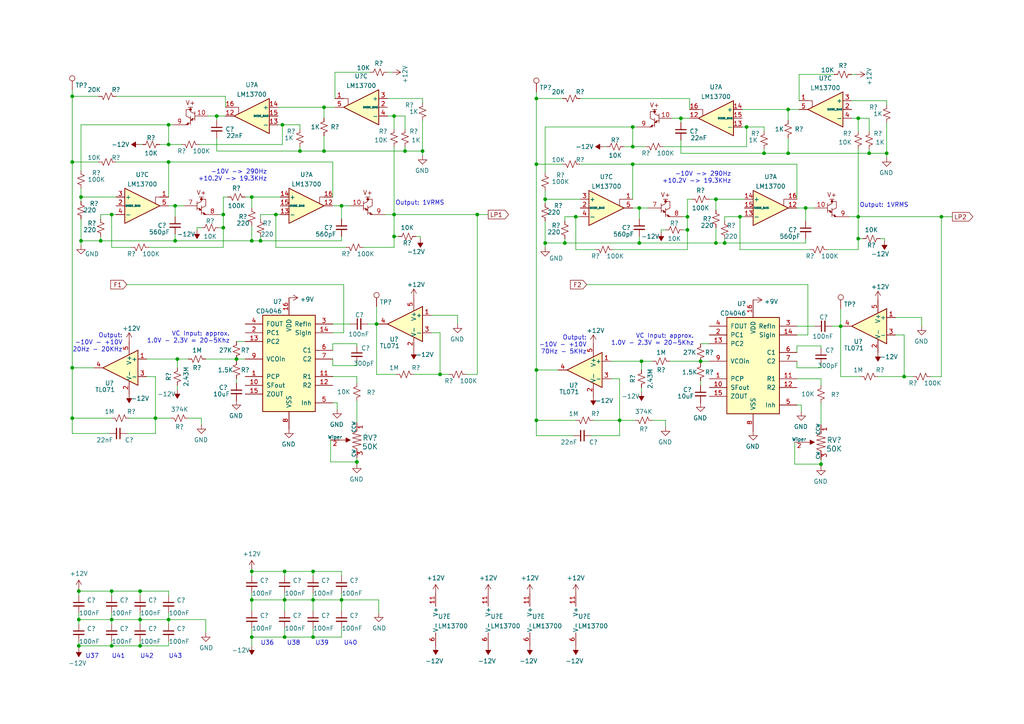
<source format=kicad_sch>
(kicad_sch (version 20211123) (generator eeschema)
  (paper "A4")
  (title_block (rev "1.0"))
  (junction (at 207.645 57.785))
  (junction (at 252.095 44.45))
  (junction (at 45.085 121.285))
  (junction (at 32.385 62.23))
  (junction (at 51.435 104.14))
  (junction (at 23.495 69.85))
  (junction (at 48.895 179.705))
  (junction (at 48.895 36.195))
  (junction (at 185.42 60.325))
  (junction (at 23.495 57.15))
  (junction (at 248.92 62.865))
  (junction (at 179.705 121.92))
  (junction (at 158.115 70.485))
  (junction (at 40.64 187.325))
  (junction (at 22.86 171.45))
  (junction (at 228.6 31.75))
  (junction (at 32.385 179.705))
  (junction (at 197.485 34.29))
  (junction (at 90.805 173.99))
  (junction (at 185.42 70.485))
  (junction (at 167.005 62.865))
  (junction (at 99.06 173.99))
  (junction (at 163.83 70.485))
  (junction (at 20.955 121.285))
  (junction (at 68.58 104.14))
  (junction (at 29.21 69.85))
  (junction (at 186.055 104.775))
  (junction (at 158.115 57.785))
  (junction (at 114.3 68.58))
  (junction (at 99.06 59.69))
  (junction (at 214.63 62.865))
  (junction (at 32.385 187.325))
  (junction (at 22.86 187.325))
  (junction (at 114.3 62.23))
  (junction (at 248.92 69.215))
  (junction (at 48.895 41.91))
  (junction (at 238.125 134.62))
  (junction (at 32.385 171.45))
  (junction (at 62.865 33.655))
  (junction (at 210.185 70.485))
  (junction (at 127.635 108.585))
  (junction (at 90.805 184.785))
  (junction (at 199.39 62.865))
  (junction (at 75.565 69.85))
  (junction (at 155.575 28.575))
  (junction (at 199.39 66.675))
  (junction (at 207.645 70.485))
  (junction (at 82.55 173.99))
  (junction (at 90.805 165.735))
  (junction (at 40.64 179.705))
  (junction (at 20.955 106.68))
  (junction (at 233.68 60.325))
  (junction (at 93.98 43.815))
  (junction (at 40.64 171.45))
  (junction (at 73.025 184.785))
  (junction (at 228.6 44.45))
  (junction (at 273.05 62.865))
  (junction (at 117.475 43.815))
  (junction (at 262.255 109.22))
  (junction (at 20.955 27.94))
  (junction (at 216.535 36.83))
  (junction (at 155.575 121.92))
  (junction (at 257.175 44.45))
  (junction (at 155.575 47.625))
  (junction (at 183.515 36.83))
  (junction (at 138.43 62.23))
  (junction (at 82.55 184.785))
  (junction (at 81.915 36.195))
  (junction (at 73.025 57.15))
  (junction (at 73.025 69.85))
  (junction (at 80.01 62.23))
  (junction (at 183.515 47.625))
  (junction (at 93.98 31.115))
  (junction (at 48.895 46.99))
  (junction (at 50.8 59.69))
  (junction (at 64.77 62.23))
  (junction (at 73.025 165.735))
  (junction (at 114.3 33.655))
  (junction (at 221.615 44.45))
  (junction (at 86.995 43.815))
  (junction (at 22.86 179.705))
  (junction (at 64.77 66.04))
  (junction (at 20.955 46.99))
  (junction (at 122.555 43.815))
  (junction (at 103.505 133.985))
  (junction (at 73.025 173.99))
  (junction (at 82.55 165.735))
  (junction (at 203.2 104.775))
  (junction (at 155.575 107.315))
  (junction (at 109.22 93.98))
  (junction (at 50.8 69.85))
  (junction (at 183.515 42.545))
  (junction (at 248.92 34.29))
  (junction (at 243.84 94.615))
  (wire (pts (xy 71.12 104.14) (xy 68.58 104.14)))
  (wire (pts (xy 63.5 62.23) (xy 64.77 62.23)))
  (wire (pts (xy 115.57 68.58) (xy 114.3 68.58)))
  (wire (pts (xy 43.18 71.755) (xy 64.77 71.755)))
  (wire (pts (xy 109.22 88.9) (xy 109.22 93.98)))
  (wire (pts (xy 32.385 71.755) (xy 32.385 62.23)))
  (wire (pts (xy 125.095 91.44) (xy 132.715 91.44)))
  (wire (pts (xy 155.575 107.315) (xy 155.575 121.92)))
  (wire (pts (xy 122.555 34.925) (xy 122.555 43.815)))
  (wire (pts (xy 155.575 26.67) (xy 155.575 28.575)))
  (wire (pts (xy 189.23 121.92) (xy 193.04 121.92)))
  (wire (pts (xy 48.895 171.45) (xy 40.64 171.45)))
  (wire (pts (xy 231.14 100.33) (xy 238.125 100.33)))
  (wire (pts (xy 243.84 94.615) (xy 243.84 109.22)))
  (wire (pts (xy 29.21 68.58) (xy 29.21 69.85)))
  (wire (pts (xy 48.895 46.99) (xy 48.895 57.15)))
  (wire (pts (xy 68.58 109.855) (xy 68.58 111.125)))
  (wire (pts (xy 50.8 67.945) (xy 50.8 69.85)))
  (wire (pts (xy 51.435 104.14) (xy 51.435 106.68)))
  (wire (pts (xy 20.955 26.035) (xy 20.955 27.94)))
  (wire (pts (xy 54.61 104.14) (xy 51.435 104.14)))
  (wire (pts (xy 101.6 59.69) (xy 99.06 59.69)))
  (wire (pts (xy 32.385 121.285) (xy 20.955 121.285)))
  (wire (pts (xy 65.405 33.655) (xy 62.865 33.655)))
  (wire (pts (xy 59.69 183.515) (xy 59.69 179.705)))
  (wire (pts (xy 50.165 36.195) (xy 48.895 36.195)))
  (wire (pts (xy 117.475 42.545) (xy 117.475 43.815)))
  (wire (pts (xy 64.77 71.755) (xy 64.77 66.04)))
  (wire (pts (xy 249.555 109.22) (xy 243.84 109.22)))
  (wire (pts (xy 183.515 42.545) (xy 183.515 36.83)))
  (wire (pts (xy 231.14 47.625) (xy 231.14 57.785)))
  (wire (pts (xy 99.695 82.55) (xy 36.83 82.55)))
  (wire (pts (xy 82.55 184.785) (xy 90.805 184.785)))
  (wire (pts (xy 166.37 126.365) (xy 155.575 126.365)))
  (wire (pts (xy 122.555 28.575) (xy 122.555 29.845)))
  (wire (pts (xy 109.22 93.98) (xy 109.22 108.585)))
  (wire (pts (xy 252.095 43.18) (xy 252.095 44.45)))
  (wire (pts (xy 247.015 29.21) (xy 257.175 29.21)))
  (wire (pts (xy 82.55 173.99) (xy 82.55 177.165)))
  (wire (pts (xy 241.935 21.59) (xy 231.775 21.59)))
  (wire (pts (xy 49.53 121.285) (xy 45.085 121.285)))
  (wire (pts (xy 20.955 106.68) (xy 20.955 121.285)))
  (wire (pts (xy 262.255 109.22) (xy 254.635 109.22)))
  (wire (pts (xy 231.14 104.775) (xy 231.14 106.68)))
  (wire (pts (xy 29.21 62.23) (xy 32.385 62.23)))
  (wire (pts (xy 82.55 172.085) (xy 82.55 173.99)))
  (wire (pts (xy 231.14 102.235) (xy 231.14 100.33)))
  (wire (pts (xy 48.895 187.325) (xy 40.64 187.325)))
  (wire (pts (xy 90.805 184.785) (xy 90.805 182.245)))
  (wire (pts (xy 73.025 184.785) (xy 82.55 184.785)))
  (wire (pts (xy 158.115 55.245) (xy 158.115 57.785)))
  (wire (pts (xy 71.12 57.15) (xy 73.025 57.15)))
  (wire (pts (xy 51.435 104.14) (xy 42.545 104.14)))
  (wire (pts (xy 198.12 62.865) (xy 199.39 62.865)))
  (wire (pts (xy 163.83 70.485) (xy 158.115 70.485)))
  (wire (pts (xy 23.495 57.15) (xy 23.495 58.42)))
  (wire (pts (xy 40.64 179.705) (xy 48.895 179.705)))
  (wire (pts (xy 103.505 99.695) (xy 103.505 100.33)))
  (wire (pts (xy 96.52 109.22) (xy 103.505 109.22)))
  (wire (pts (xy 90.805 177.165) (xy 90.805 173.99)))
  (wire (pts (xy 109.855 177.8) (xy 109.855 173.99)))
  (wire (pts (xy 183.515 36.83) (xy 158.115 36.83)))
  (wire (pts (xy 40.64 179.705) (xy 40.64 180.975)))
  (wire (pts (xy 114.935 108.585) (xy 109.22 108.585)))
  (wire (pts (xy 99.06 68.58) (xy 99.06 69.85)))
  (wire (pts (xy 40.64 41.91) (xy 41.275 41.91)))
  (wire (pts (xy 33.655 46.99) (xy 48.895 46.99)))
  (wire (pts (xy 248.92 62.865) (xy 248.92 69.215)))
  (wire (pts (xy 183.515 60.325) (xy 185.42 60.325)))
  (wire (pts (xy 163.83 64.135) (xy 163.83 62.865)))
  (wire (pts (xy 48.895 36.195) (xy 23.495 36.195)))
  (wire (pts (xy 193.04 121.92) (xy 193.04 123.825)))
  (wire (pts (xy 20.955 27.94) (xy 20.955 46.99)))
  (wire (pts (xy 210.185 70.485) (xy 207.645 70.485)))
  (wire (pts (xy 96.52 104.14) (xy 96.52 106.045)))
  (wire (pts (xy 259.715 92.075) (xy 267.335 92.075)))
  (wire (pts (xy 192.405 42.545) (xy 216.535 42.545)))
  (wire (pts (xy 95.885 133.985) (xy 103.505 133.985)))
  (wire (pts (xy 93.98 31.115) (xy 97.155 31.115)))
  (wire (pts (xy 168.275 47.625) (xy 183.515 47.625)))
  (wire (pts (xy 238.125 133.35) (xy 238.125 134.62)))
  (wire (pts (xy 114.3 62.23) (xy 114.3 68.58)))
  (wire (pts (xy 179.705 121.92) (xy 172.085 121.92)))
  (wire (pts (xy 132.715 91.44) (xy 132.715 93.98)))
  (wire (pts (xy 221.615 44.45) (xy 228.6 44.45)))
  (wire (pts (xy 96.52 96.52) (xy 99.695 96.52)))
  (wire (pts (xy 252.095 44.45) (xy 257.175 44.45)))
  (wire (pts (xy 99.06 165.735) (xy 90.805 165.735)))
  (wire (pts (xy 185.42 70.485) (xy 163.83 70.485)))
  (wire (pts (xy 228.6 31.75) (xy 231.775 31.75)))
  (wire (pts (xy 216.535 42.545) (xy 216.535 36.83)))
  (wire (pts (xy 186.055 104.775) (xy 186.055 107.315)))
  (wire (pts (xy 228.6 31.75) (xy 215.265 31.75)))
  (wire (pts (xy 259.715 97.155) (xy 262.255 97.155)))
  (wire (pts (xy 48.895 172.72) (xy 48.895 171.45)))
  (wire (pts (xy 205.74 99.695) (xy 203.2 99.695)))
  (wire (pts (xy 96.52 106.045) (xy 103.505 106.045)))
  (wire (pts (xy 243.84 94.615) (xy 241.3 94.615)))
  (wire (pts (xy 191.77 66.675) (xy 191.77 67.31)))
  (wire (pts (xy 63.5 66.04) (xy 64.77 66.04)))
  (wire (pts (xy 82.55 165.735) (xy 73.025 165.735)))
  (wire (pts (xy 90.805 165.735) (xy 90.805 167.005)))
  (wire (pts (xy 62.865 40.005) (xy 62.865 43.815)))
  (wire (pts (xy 205.74 57.785) (xy 207.645 57.785)))
  (wire (pts (xy 203.2 110.49) (xy 203.2 111.76)))
  (wire (pts (xy 221.615 43.18) (xy 221.615 44.45)))
  (wire (pts (xy 184.15 121.92) (xy 179.705 121.92)))
  (wire (pts (xy 155.575 47.625) (xy 163.195 47.625)))
  (wire (pts (xy 197.485 34.29) (xy 197.485 35.56)))
  (wire (pts (xy 121.92 68.58) (xy 121.92 69.215)))
  (wire (pts (xy 73.025 69.85) (xy 50.8 69.85)))
  (wire (pts (xy 186.055 104.775) (xy 177.165 104.775)))
  (wire (pts (xy 93.98 39.37) (xy 93.98 43.815)))
  (wire (pts (xy 82.55 173.99) (xy 90.805 173.99)))
  (wire (pts (xy 32.385 171.45) (xy 32.385 172.72)))
  (wire (pts (xy 80.01 62.23) (xy 75.565 62.23)))
  (wire (pts (xy 199.39 72.39) (xy 199.39 66.675)))
  (wire (pts (xy 23.495 69.85) (xy 23.495 71.12)))
  (wire (pts (xy 236.22 60.325) (xy 233.68 60.325)))
  (wire (pts (xy 207.645 57.785) (xy 215.9 57.785)))
  (wire (pts (xy 250.19 69.215) (xy 248.92 69.215)))
  (wire (pts (xy 114.3 62.23) (xy 138.43 62.23)))
  (wire (pts (xy 99.06 69.85) (xy 75.565 69.85)))
  (wire (pts (xy 48.895 41.91) (xy 48.895 36.195)))
  (wire (pts (xy 197.485 34.29) (xy 194.945 34.29)))
  (wire (pts (xy 64.77 57.15) (xy 66.04 57.15)))
  (wire (pts (xy 177.165 109.855) (xy 179.705 109.855)))
  (wire (pts (xy 28.575 27.94) (xy 20.955 27.94)))
  (wire (pts (xy 112.395 28.575) (xy 122.555 28.575)))
  (wire (pts (xy 99.06 172.085) (xy 99.06 173.99)))
  (wire (pts (xy 168.275 57.785) (xy 158.115 57.785)))
  (wire (pts (xy 125.095 96.52) (xy 127.635 96.52)))
  (wire (pts (xy 62.865 43.815) (xy 86.995 43.815)))
  (wire (pts (xy 65.405 27.94) (xy 65.405 31.115)))
  (wire (pts (xy 103.505 106.045) (xy 103.505 105.41)))
  (wire (pts (xy 80.645 36.195) (xy 81.915 36.195)))
  (wire (pts (xy 103.505 133.985) (xy 103.505 134.62)))
  (wire (pts (xy 99.06 173.99) (xy 99.06 177.165)))
  (wire (pts (xy 127.635 96.52) (xy 127.635 108.585)))
  (wire (pts (xy 262.255 109.22) (xy 264.795 109.22)))
  (wire (pts (xy 22.86 187.325) (xy 22.86 187.96)))
  (wire (pts (xy 256.54 69.215) (xy 256.54 69.85)))
  (wire (pts (xy 22.86 186.055) (xy 22.86 187.325)))
  (wire (pts (xy 23.495 63.5) (xy 23.495 69.85)))
  (wire (pts (xy 158.115 36.83) (xy 158.115 50.165)))
  (wire (pts (xy 93.98 31.115) (xy 80.645 31.115)))
  (wire (pts (xy 103.505 132.715) (xy 103.505 133.985)))
  (wire (pts (xy 210.185 69.215) (xy 210.185 70.485)))
  (wire (pts (xy 32.385 171.45) (xy 22.86 171.45)))
  (wire (pts (xy 58.42 121.285) (xy 58.42 123.19)))
  (wire (pts (xy 252.095 34.29) (xy 248.92 34.29)))
  (wire (pts (xy 109.855 93.98) (xy 109.22 93.98)))
  (wire (pts (xy 234.315 82.55) (xy 170.18 82.55)))
  (wire (pts (xy 117.475 43.815) (xy 93.98 43.815)))
  (wire (pts (xy 86.995 36.195) (xy 86.995 37.465)))
  (wire (pts (xy 105.41 71.755) (xy 114.3 71.755)))
  (wire (pts (xy 233.68 69.215) (xy 233.68 70.485)))
  (wire (pts (xy 40.64 171.45) (xy 40.64 172.72)))
  (wire (pts (xy 185.42 60.325) (xy 185.42 63.5)))
  (wire (pts (xy 73.025 173.99) (xy 73.025 177.165)))
  (wire (pts (xy 32.385 177.8) (xy 32.385 179.705)))
  (wire (pts (xy 228.6 40.005) (xy 228.6 44.45)))
  (wire (pts (xy 210.185 62.865) (xy 210.185 64.135)))
  (wire (pts (xy 48.895 59.69) (xy 50.8 59.69)))
  (wire (pts (xy 90.805 173.99) (xy 99.06 173.99)))
  (wire (pts (xy 62.865 33.655) (xy 60.325 33.655)))
  (wire (pts (xy 230.505 134.62) (xy 238.125 134.62)))
  (wire (pts (xy 238.125 109.855) (xy 238.125 111.76)))
  (wire (pts (xy 161.925 107.315) (xy 155.575 107.315)))
  (wire (pts (xy 20.955 125.73) (xy 20.955 121.285)))
  (wire (pts (xy 48.895 41.91) (xy 46.355 41.91)))
  (wire (pts (xy 186.055 112.395) (xy 186.055 113.665)))
  (wire (pts (xy 184.785 36.83) (xy 183.515 36.83)))
  (wire (pts (xy 99.06 184.785) (xy 90.805 184.785)))
  (wire (pts (xy 171.45 126.365) (xy 179.705 126.365)))
  (wire (pts (xy 48.895 186.055) (xy 48.895 187.325)))
  (wire (pts (xy 199.39 57.785) (xy 200.66 57.785)))
  (wire (pts (xy 231.14 94.615) (xy 236.22 94.615)))
  (wire (pts (xy 95.885 127.635) (xy 95.885 133.985)))
  (wire (pts (xy 179.705 126.365) (xy 179.705 121.92)))
  (wire (pts (xy 273.05 109.22) (xy 273.05 62.865)))
  (wire (pts (xy 68.58 104.14) (xy 59.69 104.14)))
  (wire (pts (xy 189.23 104.775) (xy 186.055 104.775)))
  (wire (pts (xy 203.2 104.775) (xy 203.2 105.41)))
  (wire (pts (xy 81.915 41.91) (xy 81.915 36.195)))
  (wire (pts (xy 257.175 44.45) (xy 257.175 45.72)))
  (wire (pts (xy 40.64 187.325) (xy 32.385 187.325)))
  (wire (pts (xy 22.86 177.8) (xy 22.86 179.705)))
  (wire (pts (xy 122.555 43.815) (xy 122.555 45.085)))
  (wire (pts (xy 75.565 62.23) (xy 75.565 63.5)))
  (wire (pts (xy 40.64 186.055) (xy 40.64 187.325)))
  (wire (pts (xy 73.025 165.1) (xy 73.025 165.735)))
  (wire (pts (xy 135.255 108.585) (xy 138.43 108.585)))
  (wire (pts (xy 231.14 106.68) (xy 238.125 106.68)))
  (wire (pts (xy 158.115 64.135) (xy 158.115 70.485)))
  (wire (pts (xy 22.86 179.705) (xy 32.385 179.705)))
  (wire (pts (xy 29.21 69.85) (xy 23.495 69.85)))
  (wire (pts (xy 243.84 89.535) (xy 243.84 94.615)))
  (wire (pts (xy 111.76 62.23) (xy 114.3 62.23)))
  (wire (pts (xy 138.43 108.585) (xy 138.43 62.23)))
  (wire (pts (xy 50.8 59.69) (xy 53.34 59.69)))
  (wire (pts (xy 114.3 33.655) (xy 114.3 37.465)))
  (wire (pts (xy 57.785 41.91) (xy 81.915 41.91)))
  (wire (pts (xy 80.01 71.755) (xy 80.01 62.23)))
  (wire (pts (xy 20.955 46.99) (xy 20.955 106.68)))
  (wire (pts (xy 127.635 108.585) (xy 120.015 108.585)))
  (wire (pts (xy 198.12 66.675) (xy 199.39 66.675)))
  (wire (pts (xy 32.385 179.705) (xy 40.64 179.705)))
  (wire (pts (xy 27.305 106.68) (xy 20.955 106.68)))
  (wire (pts (xy 203.2 104.775) (xy 194.31 104.775)))
  (wire (pts (xy 238.125 134.62) (xy 238.125 135.255)))
  (wire (pts (xy 20.955 46.99) (xy 28.575 46.99)))
  (wire (pts (xy 57.15 66.04) (xy 57.15 66.675)))
  (wire (pts (xy 215.9 62.865) (xy 214.63 62.865)))
  (wire (pts (xy 99.06 182.245) (xy 99.06 184.785)))
  (wire (pts (xy 32.385 186.055) (xy 32.385 187.325)))
  (wire (pts (xy 187.325 42.545) (xy 183.515 42.545)))
  (wire (pts (xy 96.52 93.98) (xy 101.6 93.98)))
  (wire (pts (xy 183.515 47.625) (xy 183.515 57.785)))
  (wire (pts (xy 73.025 182.245) (xy 73.025 184.785)))
  (wire (pts (xy 103.505 116.205) (xy 103.505 122.555)))
  (wire (pts (xy 96.52 99.695) (xy 103.505 99.695)))
  (wire (pts (xy 45.085 109.22) (xy 45.085 121.285)))
  (wire (pts (xy 99.06 59.69) (xy 99.06 63.5)))
  (wire (pts (xy 228.6 31.75) (xy 228.6 34.925)))
  (wire (pts (xy 103.505 109.22) (xy 103.505 111.125)))
  (wire (pts (xy 231.14 60.325) (xy 233.68 60.325)))
  (wire (pts (xy 214.63 72.39) (xy 214.63 62.865)))
  (wire (pts (xy 29.21 63.5) (xy 29.21 62.23)))
  (wire (pts (xy 62.865 33.655) (xy 62.865 34.925)))
  (wire (pts (xy 163.83 62.865) (xy 167.005 62.865)))
  (wire (pts (xy 231.775 21.59) (xy 231.775 29.21)))
  (wire (pts (xy 257.175 29.21) (xy 257.175 30.48)))
  (wire (pts (xy 177.8 72.39) (xy 199.39 72.39)))
  (wire (pts (xy 231.14 97.155) (xy 234.315 97.155)))
  (wire (pts (xy 205.74 104.775) (xy 203.2 104.775)))
  (wire (pts (xy 197.485 40.64) (xy 197.485 44.45)))
  (wire (pts (xy 73.025 173.99) (xy 82.55 173.99)))
  (wire (pts (xy 175.26 42.545) (xy 175.895 42.545)))
  (wire (pts (xy 23.495 36.195) (xy 23.495 49.53)))
  (wire (pts (xy 64.77 62.23) (xy 64.77 57.15)))
  (wire (pts (xy 97.79 116.84) (xy 96.52 116.84)))
  (wire (pts (xy 233.68 60.325) (xy 233.68 64.135)))
  (wire (pts (xy 197.485 44.45) (xy 221.615 44.45)))
  (wire (pts (xy 31.75 125.73) (xy 20.955 125.73)))
  (wire (pts (xy 40.64 177.8) (xy 40.64 179.705)))
  (wire (pts (xy 33.655 57.15) (xy 23.495 57.15)))
  (wire (pts (xy 185.42 60.325) (xy 187.96 60.325)))
  (wire (pts (xy 155.575 28.575) (xy 155.575 47.625)))
  (wire (pts (xy 179.705 109.855) (xy 179.705 121.92)))
  (wire (pts (xy 22.86 170.815) (xy 22.86 171.45)))
  (wire (pts (xy 163.195 28.575) (xy 155.575 28.575)))
  (wire (pts (xy 199.39 62.865) (xy 199.39 57.785)))
  (wire (pts (xy 158.115 70.485) (xy 158.115 71.755)))
  (wire (pts (xy 230.505 128.27) (xy 230.505 134.62)))
  (wire (pts (xy 32.385 62.23) (xy 33.655 62.23)))
  (wire (pts (xy 97.155 20.955) (xy 97.155 28.575)))
  (wire (pts (xy 252.095 34.29) (xy 252.095 38.1)))
  (wire (pts (xy 117.475 33.655) (xy 117.475 37.465)))
  (wire (pts (xy 199.39 66.675) (xy 199.39 62.865)))
  (wire (pts (xy 252.095 44.45) (xy 228.6 44.45)))
  (wire (pts (xy 232.41 117.475) (xy 231.14 117.475)))
  (wire (pts (xy 273.05 62.865) (xy 276.225 62.865)))
  (wire (pts (xy 216.535 36.83) (xy 221.615 36.83)))
  (wire (pts (xy 248.92 34.29) (xy 248.92 38.1)))
  (wire (pts (xy 50.8 59.69) (xy 50.8 62.865)))
  (wire (pts (xy 167.005 72.39) (xy 167.005 62.865)))
  (wire (pts (xy 73.025 184.785) (xy 73.025 187.325)))
  (wire (pts (xy 155.575 126.365) (xy 155.575 121.92)))
  (wire (pts (xy 207.645 70.485) (xy 185.42 70.485)))
  (wire (pts (xy 36.83 125.73) (xy 45.085 125.73)))
  (wire (pts (xy 107.315 20.955) (xy 97.155 20.955)))
  (wire (pts (xy 232.41 117.475) (xy 232.41 119.38)))
  (wire (pts (xy 193.04 66.675) (xy 191.77 66.675)))
  (wire (pts (xy 32.385 187.325) (xy 22.86 187.325)))
  (wire (pts (xy 114.3 33.655) (xy 112.395 33.655)))
  (wire (pts (xy 257.175 35.56) (xy 257.175 44.45)))
  (wire (pts (xy 113.665 20.955) (xy 112.395 20.955)))
  (wire (pts (xy 40.64 171.45) (xy 32.385 171.45)))
  (wire (pts (xy 73.025 65.405) (xy 73.025 69.85)))
  (wire (pts (xy 90.805 172.085) (xy 90.805 173.99)))
  (wire (pts (xy 200.025 34.29) (xy 197.485 34.29)))
  (wire (pts (xy 52.705 41.91) (xy 48.895 41.91)))
  (wire (pts (xy 238.125 100.33) (xy 238.125 100.965)))
  (wire (pts (xy 50.8 69.85) (xy 29.21 69.85)))
  (wire (pts (xy 248.92 43.18) (xy 248.92 62.865)))
  (wire (pts (xy 71.12 99.06) (xy 68.58 99.06)))
  (wire (pts (xy 231.14 109.855) (xy 238.125 109.855)))
  (wire (pts (xy 168.275 28.575) (xy 200.025 28.575)))
  (wire (pts (xy 23.495 54.61) (xy 23.495 57.15)))
  (wire (pts (xy 114.3 42.545) (xy 114.3 62.23)))
  (wire (pts (xy 82.55 182.245) (xy 82.55 184.785)))
  (wire (pts (xy 86.995 42.545) (xy 86.995 43.815)))
  (wire (pts (xy 54.61 121.285) (xy 58.42 121.285)))
  (wire (pts (xy 267.335 92.075) (xy 267.335 94.615)))
  (wire (pts (xy 82.55 165.735) (xy 82.55 167.005)))
  (wire (pts (xy 73.025 57.15) (xy 73.025 60.325)))
  (wire (pts (xy 120.65 68.58) (xy 121.92 68.58)))
  (wire (pts (xy 59.69 179.705) (xy 48.895 179.705)))
  (wire (pts (xy 48.895 177.8) (xy 48.895 179.705)))
  (wire (pts (xy 75.565 69.85) (xy 73.025 69.85)))
  (wire (pts (xy 73.025 165.735) (xy 73.025 167.005)))
  (wire (pts (xy 138.43 62.23) (xy 141.605 62.23)))
  (wire (pts (xy 96.52 101.6) (xy 96.52 99.695)))
  (wire (pts (xy 48.895 179.705) (xy 48.895 180.975)))
  (wire (pts (xy 233.68 70.485) (xy 210.185 70.485)))
  (wire (pts (xy 86.995 43.815) (xy 93.98 43.815)))
  (wire (pts (xy 172.72 72.39) (xy 167.005 72.39)))
  (wire (pts (xy 163.83 69.215) (xy 163.83 70.485)))
  (wire (pts (xy 32.385 179.705) (xy 32.385 180.975)))
  (wire (pts (xy 246.38 62.865) (xy 248.92 62.865)))
  (wire (pts (xy 231.14 47.625) (xy 183.515 47.625)))
  (wire (pts (xy 100.33 71.755) (xy 80.01 71.755)))
  (wire (pts (xy 248.285 21.59) (xy 247.015 21.59)))
  (wire (pts (xy 109.855 173.99) (xy 99.06 173.99)))
  (wire (pts (xy 117.475 43.815) (xy 122.555 43.815)))
  (wire (pts (xy 238.125 116.84) (xy 238.125 123.19)))
  (wire (pts (xy 200.025 28.575) (xy 200.025 31.75)))
  (wire (pts (xy 73.025 57.15) (xy 81.28 57.15)))
  (wire (pts (xy 64.77 66.04) (xy 64.77 62.23)))
  (wire (pts (xy 45.085 121.285) (xy 37.465 121.285)))
  (wire (pts (xy 75.565 68.58) (xy 75.565 69.85)))
  (wire (pts (xy 109.22 93.98) (xy 106.68 93.98)))
  (wire (pts (xy 22.86 179.705) (xy 22.86 180.975)))
  (wire (pts (xy 240.03 72.39) (xy 248.92 72.39)))
  (wire (pts (xy 127.635 108.585) (xy 130.175 108.585)))
  (wire (pts (xy 207.645 66.04) (xy 207.645 70.485)))
  (wire (pts (xy 96.52 46.99) (xy 96.52 57.15)))
  (wire (pts (xy 244.475 94.615) (xy 243.84 94.615)))
  (wire (pts (xy 269.875 109.22) (xy 273.05 109.22)))
  (wire (pts (xy 207.645 57.785) (xy 207.645 60.96)))
  (wire (pts (xy 117.475 33.655) (xy 114.3 33.655)))
  (wire (pts (xy 234.315 97.155) (xy 234.315 82.55)))
  (wire (pts (xy 158.115 57.785) (xy 158.115 59.055)))
  (wire (pts (xy 183.515 42.545) (xy 180.975 42.545)))
  (wire (pts (xy 185.42 68.58) (xy 185.42 70.485)))
  (wire (pts (xy 99.695 96.52) (xy 99.695 82.55)))
  (wire (pts (xy 81.915 36.195) (xy 86.995 36.195)))
  (wire (pts (xy 45.085 125.73) (xy 45.085 121.285)))
  (wire (pts (xy 114.3 71.755) (xy 114.3 68.58)))
  (wire (pts (xy 81.28 62.23) (xy 80.01 62.23)))
  (wire (pts (xy 93.98 31.115) (xy 93.98 34.29)))
  (wire (pts (xy 262.255 97.155) (xy 262.255 109.22)))
  (wire (pts (xy 22.86 171.45) (xy 22.86 172.72)))
  (wire (pts (xy 248.92 34.29) (xy 247.015 34.29)))
  (wire (pts (xy 96.52 46.99) (xy 48.895 46.99)))
  (wire (pts (xy 155.575 47.625) (xy 155.575 107.315)))
  (wire (pts (xy 97.79 116.84) (xy 97.79 118.745)))
  (wire (pts (xy 214.63 62.865) (xy 210.185 62.865)))
  (wire (pts (xy 234.95 72.39) (xy 214.63 72.39)))
  (wire (pts (xy 90.805 165.735) (xy 82.55 165.735)))
  (wire (pts (xy 248.92 62.865) (xy 273.05 62.865)))
  (wire (pts (xy 51.435 111.76) (xy 51.435 113.03)))
  (wire (pts (xy 167.005 121.92) (xy 155.575 121.92)))
  (wire (pts (xy 215.265 36.83) (xy 216.535 36.83)))
  (wire (pts (xy 167.005 62.865) (xy 168.275 62.865)))
  (wire (pts (xy 38.1 71.755) (xy 32.385 71.755)))
  (wire (pts (xy 42.545 109.22) (xy 45.085 109.22)))
  (wire (pts (xy 221.615 36.83) (xy 221.615 38.1)))
  (wire (pts (xy 68.58 104.14) (xy 68.58 104.775)))
  (wire (pts (xy 238.125 106.68) (xy 238.125 106.045)))
  (wire (pts (xy 33.655 27.94) (xy 65.405 27.94)))
  (wire (pts (xy 255.27 69.215) (xy 256.54 69.215)))
  (wire (pts (xy 99.06 167.005) (xy 99.06 165.735)))
  (wire (pts (xy 73.025 172.085) (xy 73.025 173.99)))
  (wire (pts (xy 248.92 72.39) (xy 248.92 69.215)))
  (wire (pts (xy 58.42 66.04) (xy 57.15 66.04)))
  (wire (pts (xy 96.52 59.69) (xy 99.06 59.69)))
  (text "U39" (at 91.44 187.325 0) (effects (font (size 1.27 1.27)) (justify left bottom)))
  (text "Output: 1VRMS" (at 263.525 60.325 180) (effects (font (size 1.27 1.27)) (justify right bottom)))
  (text "U42" (at 40.64 191.135 0) (effects (font (size 1.27 1.27)) (justify left bottom)))
  (text "U36" (at 75.565 187.325 0) (effects (font (size 1.27 1.27)) (justify left bottom)))
  (text "Output:\n-10V - +10V\n20Hz - 20KHz" (at 35.56 102.235 180) (effects (font (size 1.27 1.27)) (justify right bottom)))
  (text "Output:\n-10V - +10V\n70Hz - 5KHz" (at 170.18 102.87 180) (effects (font (size 1.27 1.27)) (justify right bottom)))
  (text "-10V -> 290Hz\n+10.2V -> 19.3KHz" (at 77.47 52.705 180) (effects (font (size 1.27 1.27)) (justify right bottom)))
  (text "U37" (at 24.765 191.135 0) (effects (font (size 1.27 1.27)) (justify left bottom)))
  (text "Output: 1VRMS" (at 128.905 59.69 180) (effects (font (size 1.27 1.27)) (justify right bottom)))
  (text "U43" (at 48.895 191.135 0) (effects (font (size 1.27 1.27)) (justify left bottom)))
  (text "U41" (at 32.385 191.135 0) (effects (font (size 1.27 1.27)) (justify left bottom)))
  (text "-10V -> 290Hz\n+10.2V -> 19.3KHz" (at 212.09 53.34 180) (effects (font (size 1.27 1.27)) (justify right bottom)))
  (text "U40" (at 99.695 187.325 0) (effects (font (size 1.27 1.27)) (justify left bottom)))
  (text "VC Input: approx.\n1.0V - 2.3V = 20-5Khz" (at 66.675 99.695 180) (effects (font (size 1.27 1.27)) (justify right bottom)))
  (text "U38" (at 83.185 187.325 0) (effects (font (size 1.27 1.27)) (justify left bottom)))
  (text "VC Input: approx.\n1.0V - 2.3V = 20-5Khz" (at 201.295 100.33 180) (effects (font (size 1.27 1.27)) (justify right bottom)))
  (global_label "F2" (shape input) (at 170.18 82.55 180) (property "Intersheet References" "${INTERSHEET_REFS}" (effects hide)))
  (global_label "LP1" (shape output) (at 141.605 62.23 0) (property "Intersheet References" "${INTERSHEET_REFS}" (effects hide)))
  (global_label "LP2" (shape output) (at 276.225 62.865 0) (property "Intersheet References" "${INTERSHEET_REFS}" (effects hide)))
  (global_label "F1" (shape input) (at 36.83 82.55 180) (property "Intersheet References" "${INTERSHEET_REFS}" (effects hide)))
  (symbol (lib_id "Device:R_Small_US") (at 102.87 71.755 90) (mirror x) (unit 1)
    (property "Reference" "R?" (at 100.33 73.66 90))
    (property "Value" "100K" (at 106.045 73.66 90))
    (property "Footprint" "Resistor_SMD:R_0603_1608Metric" (effects hide))
    (property "Digi-Key Part" "CRT0805-FZ-1002ELFCT-ND" (effects hide))
    (property "LCSC Part #" "C4184" (effects hide))
  )
  (symbol (lib_id "Device:R_Small_US") (at 117.475 40.005 0) (mirror y) (unit 1)
    (property "Reference" "R?" (at 120.015 38.1 0))
    (property "Value" "1K" (at 120.65 40.64 0))
    (property "Footprint" "Resistor_SMD:R_0603_1608Metric" (effects hide))
    (property "Digi-Key Part" "CRT0805-FZ-1002ELFCT-ND" (effects hide))
    (property "LCSC Part #" "C21190" (effects hide))
  )
  (symbol (lib_id "Device:C_Small") (at 185.42 66.04 0) (unit 1)
    (property "Reference" "C?" (at 180.34 66.04 0) (effects (justify left)))
    (property "Value" "560pF" (at 177.8 67.945 0) (effects (justify left)))
    (property "Footprint" "Capacitor_SMD:C_0805_2012Metric_Pad1.18x1.45mm_HandSolder" (effects hide))
    (property "Datasheet" "http://datasheets.avx.com/SR-Series.pdf" (effects hide))
    (property "Digi-Key Part" "BC2662CT-ND" (effects hide))
    (property "LCSC Part #" "C415303" (effects hide))
  )
  (symbol (lib_id "Connector:TestPoint") (at 109.22 88.9 0) (mirror y) (unit 1) (in_bom no)
    (property "Reference" "TP?" (at 113.665 87.63 0) (effects (justify left)))
    (property "Value" "TestPoint" (effects hide))
    (property "Footprint" "TestPoint:TestPoint_Pad_1.5x1.5mm" (effects hide))
  )
  (symbol (lib_id "power:+12V") (at 113.665 20.955 270) (mirror x) (unit 1)
    (property "Reference" "#PWR?" (effects hide))
    (property "Value" "+12V" (at 117.475 21.59 0))
  )
  (symbol (lib_id "Amplifier_Operational:LM13700") (at 60.96 59.69 0) (unit 4)
    (property "Reference" "U?" (effects hide))
    (property "Value" "LM13700" (effects hide))
    (property "Footprint" "Package_SO:SOIC-16_3.9x9.9mm_P1.27mm" (effects hide))
    (property "Datasheet" "http://www.ti.com/lit/ds/symlink/lm13700.pdf" (effects hide))
    (property "LCSC Part #" "C174050" (effects hide))
  )
  (symbol (lib_id "power:+12V") (at 73.025 165.1 0) (unit 1)
    (property "Reference" "#PWR?" (effects hide))
    (property "Value" "+12V" (at 73.025 160.655 0))
  )
  (symbol (lib_id "power:-12V") (at 22.86 187.96 180) (unit 1)
    (property "Reference" "#PWR?" (effects hide))
    (property "Value" "-12V" (at 22.479 192.3542 0))
  )
  (symbol (lib_id "Connector:TestPoint") (at 155.575 26.67 0) (mirror y) (unit 1) (in_bom no)
    (property "Reference" "TP?" (at 160.02 25.4 0) (effects (justify left)))
    (property "Value" "TestPoint" (effects hide))
    (property "Footprint" "TestPoint:TestPoint_Pad_1.5x1.5mm" (effects hide))
  )
  (symbol (lib_id "Amplifier_Operational:LM13700") (at 243.84 60.325 0) (unit 2)
    (property "Reference" "U?" (effects hide))
    (property "Value" "LM13700" (effects hide))
    (property "Footprint" "Package_SO:SOIC-16_3.9x9.9mm_P1.27mm" (effects hide))
    (property "Datasheet" "http://www.ti.com/lit/ds/symlink/lm13700.pdf" (effects hide))
    (property "LCSC Part #" "C174050" (effects hide))
  )
  (symbol (lib_id "Device:R_Small_US") (at 29.21 66.04 0) (unit 1)
    (property "Reference" "R?" (at 26.67 64.77 0))
    (property "Value" "220" (at 26.035 66.675 0))
    (property "Footprint" "Resistor_SMD:R_0603_1608Metric" (effects hide))
    (property "Digi-Key Part" "CRT0805-FZ-1002ELFCT-ND" (effects hide))
    (property "LCSC Part #" "C21190" (effects hide))
  )
  (symbol (lib_id "Device:R_Small_US") (at 252.73 69.215 90) (unit 1)
    (property "Reference" "R?" (at 252.73 71.12 90))
    (property "Value" "10K" (at 252.73 66.675 90))
    (property "Footprint" "Resistor_SMD:R_0603_1608Metric" (effects hide))
    (property "Digi-Key Part" "CRT0805-FZ-1002ELFCT-ND" (effects hide))
    (property "LCSC Part #" "C23162" (effects hide))
  )
  (symbol (lib_id "Device:C_Small") (at 48.895 175.26 0) (unit 1)
    (property "Reference" "C?" (at 51.2318 174.0916 0) (effects (justify left)))
    (property "Value" "100nF" (at 48.895 177.8 0) (effects (justify left)))
    (property "Footprint" "Capacitor_SMD:C_0805_2012Metric_Pad1.18x1.45mm_HandSolder" (effects hide))
    (property "Datasheet" "http://datasheets.avx.com/SR-Series.pdf" (effects hide))
    (property "Digi-Key Part" "478-10836-1-ND" (effects hide))
    (property "LCSC Part #" "C49678" (effects hide))
  )
  (symbol (lib_id "Amplifier_Operational:TLV172IDCK") (at 172.085 107.315 0) (mirror y) (unit 1)
    (property "Reference" "U?" (at 166.37 111.76 0))
    (property "Value" "TL071" (at 165.1 113.665 0))
    (property "Footprint" "Package_TO_SOT_SMD:SOT-353_SC-70-5" (effects hide))
    (property "Datasheet" "http://www.ti.com/lit/ds/symlink/tlv172.pdf" (effects hide))
    (property "LCSC Part #" "C4370475" (effects hide))
    (property "Digi-Key Part" "296-TL071HIDCKRCT-ND" (effects hide))
  )
  (symbol (lib_id "Device:C_Small") (at 99.06 66.04 0) (unit 1)
    (property "Reference" "C?" (at 93.98 66.04 0) (effects (justify left)))
    (property "Value" "560pF" (at 91.44 67.945 0) (effects (justify left)))
    (property "Footprint" "Capacitor_SMD:C_0805_2012Metric_Pad1.18x1.45mm_HandSolder" (effects hide))
    (property "Datasheet" "http://datasheets.avx.com/SR-Series.pdf" (effects hide))
    (property "Digi-Key Part" "BC2662CT-ND" (effects hide))
    (property "LCSC Part #" "C415303" (effects hide))
  )
  (symbol (lib_id "power:GND") (at 218.44 125.095 0) (mirror y) (unit 1)
    (property "Reference" "#PWR?" (effects hide))
    (property "Value" "GND" (at 218.313 129.4892 0))
  )
  (symbol (lib_id "power:+12V") (at 248.285 21.59 270) (mirror x) (unit 1)
    (property "Reference" "#PWR?" (effects hide))
    (property "Value" "+12V" (at 252.095 22.225 0))
  )
  (symbol (lib_id "Device:R_Small_US") (at 175.26 72.39 90) (mirror x) (unit 1)
    (property "Reference" "R?" (at 172.72 74.295 90))
    (property "Value" "100K" (at 178.435 74.295 90))
    (property "Footprint" "Resistor_SMD:R_0603_1608Metric" (effects hide))
    (property "Digi-Key Part" "CRT0805-FZ-1002ELFCT-ND" (effects hide))
    (property "LCSC Part #" "C4184" (effects hide))
  )
  (symbol (lib_id "power:GND") (at 232.41 119.38 0) (mirror y) (unit 1)
    (property "Reference" "#PWR?" (effects hide))
    (property "Value" "GND" (at 232.283 123.7742 0))
  )
  (symbol (lib_id "Device:R_Small_US") (at 163.83 66.675 0) (unit 1)
    (property "Reference" "R?" (at 161.29 65.405 0))
    (property "Value" "220" (at 160.655 67.31 0))
    (property "Footprint" "Resistor_SMD:R_0603_1608Metric" (effects hide))
    (property "Digi-Key Part" "CRT0805-FZ-1002ELFCT-ND" (effects hide))
    (property "LCSC Part #" "C21190" (effects hide))
  )
  (symbol (lib_id "Device:R_Small_US") (at 158.115 52.705 0) (unit 1)
    (property "Reference" "R?" (at 162.56 50.8 0))
    (property "Value" "100K" (at 162.56 52.705 0))
    (property "Footprint" "Resistor_SMD:R_0603_1608Metric" (effects hide))
    (property "Digi-Key Part" "CRT0805-FZ-1002ELFCT-ND" (effects hide))
    (property "LCSC Part #" "C25804" (effects hide))
  )
  (symbol (lib_id "Device:R_Small_US") (at 165.735 47.625 90) (mirror x) (unit 1)
    (property "Reference" "R?" (at 168.275 46.355 90))
    (property "Value" "10K" (at 161.925 46.355 90))
    (property "Footprint" "Resistor_SMD:R_0603_1608Metric" (effects hide))
    (property "Digi-Key Part" "CRT0805-FZ-1002ELFCT-ND" (effects hide))
    (property "LCSC Part #" "C25804" (effects hide))
  )
  (symbol (lib_id "Device:R_Small_US") (at 31.115 46.99 90) (mirror x) (unit 1)
    (property "Reference" "R?" (at 33.655 45.72 90))
    (property "Value" "10K" (at 27.305 45.72 90))
    (property "Footprint" "Resistor_SMD:R_0603_1608Metric" (effects hide))
    (property "Digi-Key Part" "CRT0805-FZ-1002ELFCT-ND" (effects hide))
    (property "LCSC Part #" "C25804" (effects hide))
  )
  (symbol (lib_id "power:-12V") (at 153.67 187.325 180) (unit 1)
    (property "Reference" "#PWR?" (effects hide))
    (property "Value" "-12V" (at 153.289 191.7192 0))
  )
  (symbol (lib_id "power:-12V") (at 167.005 187.325 180) (unit 1)
    (property "Reference" "#PWR?" (effects hide))
    (property "Value" "-12V" (at 166.624 191.7192 0))
  )
  (symbol (lib_id "Device:R_Small_US") (at 158.115 61.595 0) (unit 1)
    (property "Reference" "R?" (at 161.925 59.69 0))
    (property "Value" "220" (at 160.655 61.595 0))
    (property "Footprint" "Resistor_SMD:R_0603_1608Metric" (effects hide))
    (property "Digi-Key Part" "CRT0805-FZ-1002ELFCT-ND" (effects hide))
    (property "LCSC Part #" "C21190" (effects hide))
  )
  (symbol (lib_id "power:-12V") (at 172.085 114.935 0) (mirror x) (unit 1)
    (property "Reference" "#PWR?" (effects hide))
    (property "Value" "-12V" (at 175.26 116.205 0))
  )
  (symbol (lib_id "Device:C_Small") (at 68.58 113.665 0) (mirror y) (unit 1)
    (property "Reference" "C?" (at 66.04 112.395 0) (effects (justify left)))
    (property "Value" "10uF" (at 66.675 114.3 0) (effects (justify left)))
    (property "Footprint" "Capacitor_SMD:C_0805_2012Metric_Pad1.18x1.45mm_HandSolder" (effects hide))
    (property "Datasheet" "http://datasheets.avx.com/SR-Series.pdf" (effects hide))
    (property "Digi-Key Part" "478-10836-1-ND" (effects hide))
    (property "LCSC Part #" "C15850" (effects hide))
  )
  (symbol (lib_id "power:GND") (at 122.555 45.085 0) (mirror y) (unit 1)
    (property "Reference" "#PWR?" (effects hide))
    (property "Value" "GND" (at 122.428 49.4792 0))
  )
  (symbol (lib_id "Device:R_Small_US") (at 43.815 41.91 270) (unit 1)
    (property "Reference" "R?" (at 43.815 40.005 90))
    (property "Value" "10K" (at 43.815 44.45 90))
    (property "Footprint" "Resistor_SMD:R_0603_1608Metric" (effects hide))
    (property "Digi-Key Part" "CRT0805-FZ-1002ELFCT-ND" (effects hide))
    (property "LCSC Part #" "C23162" (effects hide))
  )
  (symbol (lib_id "power:+12V") (at 37.465 99.06 0) (mirror y) (unit 1)
    (property "Reference" "#PWR?" (effects hide))
    (property "Value" "+12V" (at 38.1 95.25 0))
  )
  (symbol (lib_id "Device:R_Small_US") (at 73.025 62.865 0) (unit 1)
    (property "Reference" "R?" (at 70.485 62.865 0))
    (property "Value" "220" (at 70.485 64.77 0))
    (property "Footprint" "Resistor_SMD:R_0603_1608Metric" (effects hide))
    (property "Digi-Key Part" "CRT0805-FZ-1002ELFCT-ND" (effects hide))
    (property "LCSC Part #" "C21190" (effects hide))
  )
  (symbol (lib_id "power:GND") (at 158.115 71.755 0) (unit 1)
    (property "Reference" "#PWR?" (effects hide))
    (property "Value" "GND" (at 161.29 74.93 0))
  )
  (symbol (lib_id "Device:C_Small") (at 50.8 65.405 0) (unit 1)
    (property "Reference" "C?" (at 45.72 65.405 0) (effects (justify left)))
    (property "Value" "560pF" (at 43.18 67.31 0) (effects (justify left)))
    (property "Footprint" "Capacitor_SMD:C_0805_2012Metric_Pad1.18x1.45mm_HandSolder" (effects hide))
    (property "Datasheet" "http://datasheets.avx.com/SR-Series.pdf" (effects hide))
    (property "Digi-Key Part" "BC2662CT-ND" (effects hide))
    (property "LCSC Part #" "C415303" (effects hide))
  )
  (symbol (lib_id "Amplifier_Operational:LM13700") (at 207.645 34.29 180) (unit 1)
    (property "Reference" "U?" (at 207.645 25.2435 0))
    (property "Value" "LM13700" (at 207.645 28.0186 0))
    (property "Footprint" "Package_SO:SOIC-16_3.9x9.9mm_P1.27mm" (effects hide))
    (property "Datasheet" "http://www.ti.com/lit/ds/symlink/lm13700.pdf" (effects hide))
    (property "LCSC Part #" "C174050" (effects hide))
  )
  (symbol (lib_id "Device:R_Small_US") (at 165.735 28.575 90) (mirror x) (unit 1)
    (property "Reference" "R?" (at 168.275 26.67 90))
    (property "Value" "20K" (at 161.925 26.67 90))
    (property "Footprint" "Resistor_SMD:R_0603_1608Metric" (effects hide))
    (property "Digi-Key Part" "CRT0805-FZ-1002ELFCT-ND" (effects hide))
    (property "LCSC Part #" "C25804" (effects hide))
  )
  (symbol (lib_id "power:-12V") (at 191.77 67.31 180) (unit 1)
    (property "Reference" "#PWR?" (effects hide))
    (property "Value" "-12V" (at 188.595 68.58 0))
  )
  (symbol (lib_id "power:GND") (at 193.04 123.825 0) (mirror y) (unit 1)
    (property "Reference" "#PWR?" (effects hide))
    (property "Value" "GND" (at 192.913 128.2192 0))
  )
  (symbol (lib_id "power:-12V") (at 73.025 187.325 180) (unit 1)
    (property "Reference" "#PWR?" (effects hide))
    (property "Value" "-12V" (at 69.85 188.595 0))
  )
  (symbol (lib_id "power:+9V") (at 218.44 86.995 270) (mirror x) (unit 1)
    (property "Reference" "#PWR?" (effects hide))
    (property "Value" "+9V" (at 221.615 87.474 90) (effects (justify left)))
  )
  (symbol (lib_id "Amplifier_Operational:TLV172IDCK") (at 120.015 93.98 0) (mirror y) (unit 1)
    (property "Reference" "U?" (at 114.3 98.425 0))
    (property "Value" "TL071" (at 113.03 100.33 0))
    (property "Footprint" "Package_TO_SOT_SMD:SOT-353_SC-70-5" (effects hide))
    (property "Datasheet" "http://www.ti.com/lit/ds/symlink/tlv172.pdf" (effects hide))
    (property "LCSC Part #" "C4370475" (effects hide))
    (property "Digi-Key Part" "296-TL071HIDCKRCT-ND" (effects hide))
  )
  (symbol (lib_id "Device:C_Small") (at 233.68 66.675 0) (unit 1)
    (property "Reference" "C?" (at 228.6 66.675 0) (effects (justify left)))
    (property "Value" "560pF" (at 226.06 68.58 0) (effects (justify left)))
    (property "Footprint" "Capacitor_SMD:C_0805_2012Metric_Pad1.18x1.45mm_HandSolder" (effects hide))
    (property "Datasheet" "http://datasheets.avx.com/SR-Series.pdf" (effects hide))
    (property "Digi-Key Part" "BC2662CT-ND" (effects hide))
    (property "LCSC Part #" "C415303" (effects hide))
  )
  (symbol (lib_id "power:-12V") (at 121.92 69.215 180) (unit 1)
    (property "Reference" "#PWR?" (effects hide))
    (property "Value" "-12V" (at 120.65 73.025 0))
  )
  (symbol (lib_id "power:+12V") (at 22.86 170.815 0) (unit 1)
    (property "Reference" "#PWR?" (effects hide))
    (property "Value" "+12V" (at 22.86 166.37 0))
  )
  (symbol (lib_id "Device:R_Small_US") (at 244.475 21.59 270) (unit 1)
    (property "Reference" "R?" (at 244.475 19.05 90))
    (property "Value" "10K" (at 240.03 20.32 90))
    (property "Footprint" "Resistor_SMD:R_0603_1608Metric" (effects hide))
    (property "Digi-Key Part" "CRT0805-FZ-1002ELFCT-ND" (effects hide))
    (property "LCSC Part #" "C25804" (effects hide))
  )
  (symbol (lib_id "Device:R_Small_US") (at 169.545 121.92 270) (mirror x) (unit 1)
    (property "Reference" "R?" (at 172.72 120.015 90))
    (property "Value" "1M" (at 166.37 120.015 90))
    (property "Footprint" "Resistor_SMD:R_0603_1608Metric" (effects hide))
    (property "Digi-Key Part" "CRT0805-FZ-1002ELFCT-ND" (effects hide))
    (property "LCSC Part #" "C22935" (effects hide))
  )
  (symbol (lib_id "power:+12V") (at 254.635 86.995 0) (mirror y) (unit 1)
    (property "Reference" "#PWR?" (effects hide))
    (property "Value" "+12V" (at 255.27 83.185 0))
  )
  (symbol (lib_id "Device:C_Small") (at 32.385 175.26 0) (unit 1)
    (property "Reference" "C?" (at 34.7218 174.0916 0) (effects (justify left)))
    (property "Value" "100nF" (at 32.385 177.8 0) (effects (justify left)))
    (property "Footprint" "Capacitor_SMD:C_0805_2012Metric_Pad1.18x1.45mm_HandSolder" (effects hide))
    (property "Datasheet" "http://datasheets.avx.com/SR-Series.pdf" (effects hide))
    (property "Digi-Key Part" "478-10836-1-ND" (effects hide))
    (property "LCSC Part #" "C49678" (effects hide))
  )
  (symbol (lib_id "power:+12V") (at 120.015 86.36 0) (mirror y) (unit 1)
    (property "Reference" "#PWR?" (effects hide))
    (property "Value" "+12V" (at 120.65 82.55 0))
  )
  (symbol (lib_id "Amplifier_Operational:LM13700") (at 128.905 179.705 0) (unit 5)
    (property "Reference" "U?" (at 127 178.7965 0) (effects (justify left)))
    (property "Value" "LM13700" (at 127 181.5716 0) (effects (justify left)))
    (property "Footprint" "Package_SO:SOIC-16_3.9x9.9mm_P1.27mm" (effects hide))
    (property "Datasheet" "http://www.ti.com/lit/ds/symlink/lm13700.pdf" (effects hide))
    (property "LCSC Part #" "C174050" (effects hide))
  )
  (symbol (lib_id "Device:R_Small_US") (at 210.185 66.675 0) (unit 1)
    (property "Reference" "R?" (at 212.09 65.405 0))
    (property "Value" "220" (at 212.09 68.58 0))
    (property "Footprint" "Resistor_SMD:R_0603_1608Metric" (effects hide))
    (property "Digi-Key Part" "CRT0805-FZ-1002ELFCT-ND" (effects hide))
    (property "LCSC Part #" "C21190" (effects hide))
  )
  (symbol (lib_id "Amplifier_Operational:LM13700") (at 88.9 59.69 0) (mirror x) (unit 1)
    (property "Reference" "U?" (at 88.9 50.6435 0))
    (property "Value" "LM13700" (at 88.9 53.4186 0))
    (property "Footprint" "Package_SO:SOIC-16_3.9x9.9mm_P1.27mm" (effects hide))
    (property "Datasheet" "http://www.ti.com/lit/ds/symlink/lm13700.pdf" (effects hide))
    (property "LCSC Part #" "C174050" (effects hide))
  )
  (symbol (lib_id "Device:R_Small_US") (at 109.855 20.955 270) (unit 1)
    (property "Reference" "R?" (at 109.855 18.415 90))
    (property "Value" "10K" (at 105.41 19.685 90))
    (property "Footprint" "Resistor_SMD:R_0603_1608Metric" (effects hide))
    (property "Digi-Key Part" "CRT0805-FZ-1002ELFCT-ND" (effects hide))
    (property "LCSC Part #" "C25804" (effects hide))
  )
  (symbol (lib_id "Amplifier_Operational:TLV172IDCK") (at 254.635 94.615 0) (mirror y) (unit 1)
    (property "Reference" "U?" (at 248.92 99.06 0))
    (property "Value" "TL071" (at 247.65 100.965 0))
    (property "Footprint" "Package_TO_SOT_SMD:SOT-353_SC-70-5" (effects hide))
    (property "Datasheet" "http://www.ti.com/lit/ds/symlink/tlv172.pdf" (effects hide))
    (property "LCSC Part #" "C4370475" (effects hide))
    (property "Digi-Key Part" "296-TL071HIDCKRCT-ND" (effects hide))
  )
  (symbol (lib_id "Device:R_Small_US") (at 68.58 101.6 0) (mirror y) (unit 1)
    (property "Reference" "R?" (at 71.12 101.6 0))
    (property "Value" "27K" (at 65.405 101.6 0))
    (property "Footprint" "Resistor_SMD:R_0805_2012Metric_Pad1.20x1.40mm_HandSolder" (effects hide))
    (property "Digi-Key Part" "CF14JT10K0CT-ND" (effects hide))
    (property "LCSC Part #" "C17593" (effects hide))
  )
  (symbol (lib_id "power:-12V") (at 141.605 187.325 180) (unit 1)
    (property "Reference" "#PWR?" (effects hide))
    (property "Value" "-12V" (at 141.224 191.7192 0))
  )
  (symbol (lib_id "power:-12V") (at 254.635 102.235 0) (mirror x) (unit 1)
    (property "Reference" "#PWR?" (effects hide))
    (property "Value" "-12V" (at 257.81 103.505 0))
  )
  (symbol (lib_id "Device:C_Small") (at 197.485 38.1 0) (mirror y) (unit 1)
    (property "Reference" "C?" (at 202.565 38.1 0) (effects (justify left)))
    (property "Value" "22nF" (at 205.105 40.005 0) (effects (justify left)))
    (property "Footprint" "Capacitor_SMD:C_0805_2012Metric_Pad1.18x1.45mm_HandSolder" (effects hide))
    (property "Datasheet" "http://datasheets.avx.com/SR-Series.pdf" (effects hide))
    (property "Digi-Key Part" "BC2662CT-ND" (effects hide))
    (property "LCSC Part #" "C415303" (effects hide))
  )
  (symbol (lib_id "Device:R_Small_US") (at 186.055 109.855 0) (mirror x) (unit 1)
    (property "Reference" "R?" (at 183.515 109.855 90))
    (property "Value" "2.43M" (at 188.595 109.855 90))
    (property "Footprint" "Resistor_SMD:R_0603_1608Metric" (effects hide))
    (property "Digi-Key Part" "CRT0805-FZ-1002ELFCT-ND" (effects hide))
    (property "LCSC Part #" "C166854" (effects hide))
  )
  (symbol (lib_id "Device:R_Small_US") (at 252.095 109.22 270) (mirror x) (unit 1)
    (property "Reference" "R?" (at 255.27 107.315 90))
    (property "Value" "1M" (at 248.92 107.315 90))
    (property "Footprint" "Resistor_SMD:R_0603_1608Metric" (effects hide))
    (property "Digi-Key Part" "CRT0805-FZ-1002ELFCT-ND" (effects hide))
    (property "LCSC Part #" "C22935" (effects hide))
  )
  (symbol (lib_id "Device:C_Small") (at 90.805 179.705 0) (unit 1)
    (property "Reference" "C?" (at 93.1418 178.5366 0) (effects (justify left)))
    (property "Value" "100nF" (at 90.805 182.245 0) (effects (justify left)))
    (property "Footprint" "Capacitor_SMD:C_0805_2012Metric_Pad1.18x1.45mm_HandSolder" (effects hide))
    (property "Datasheet" "http://datasheets.avx.com/SR-Series.pdf" (effects hide))
    (property "Digi-Key Part" "478-10836-1-ND" (effects hide))
    (property "LCSC Part #" "C49678" (effects hide))
  )
  (symbol (lib_id "power:-12V") (at 120.015 101.6 0) (mirror x) (unit 1)
    (property "Reference" "#PWR?" (effects hide))
    (property "Value" "-12V" (at 123.19 102.87 0))
  )
  (symbol (lib_id "Device:C_Small") (at 48.895 183.515 0) (unit 1)
    (property "Reference" "C?" (at 51.2318 182.3466 0) (effects (justify left)))
    (property "Value" "100nF" (at 48.895 186.055 0) (effects (justify left)))
    (property "Footprint" "Capacitor_SMD:C_0805_2012Metric_Pad1.18x1.45mm_HandSolder" (effects hide))
    (property "Datasheet" "http://datasheets.avx.com/SR-Series.pdf" (effects hide))
    (property "Digi-Key Part" "478-10836-1-ND" (effects hide))
    (property "LCSC Part #" "C49678" (effects hide))
  )
  (symbol (lib_id "Device:R_Small_US") (at 103.505 113.665 0) (mirror y) (unit 1)
    (property "Reference" "R?" (at 107.6378 113.8282 0))
    (property "Value" "10K" (at 99.695 113.665 0))
    (property "Footprint" "Resistor_SMD:R_0603_1608Metric" (effects hide))
    (property "Digi-Key Part" "CF14JT10K0CT-ND" (effects hide))
    (property "LCSC Part #" "C25804" (effects hide))
  )
  (symbol (lib_id "Device:R_Small_US") (at 60.96 66.04 270) (unit 1)
    (property "Reference" "R?" (at 60.96 64.135 90))
    (property "Value" "10K" (at 60.96 68.58 90))
    (property "Footprint" "Resistor_SMD:R_0603_1608Metric" (effects hide))
    (property "Digi-Key Part" "CRT0805-FZ-1002ELFCT-ND" (effects hide))
    (property "LCSC Part #" "C23162" (effects hide))
  )
  (symbol (lib_id "Amplifier_Operational:LM13700") (at 223.52 60.325 0) (mirror x) (unit 1)
    (property "Reference" "U?" (at 223.52 51.2785 0))
    (property "Value" "LM13700" (at 223.52 54.0536 0))
    (property "Footprint" "Package_SO:SOIC-16_3.9x9.9mm_P1.27mm" (effects hide))
    (property "Datasheet" "http://www.ti.com/lit/ds/symlink/lm13700.pdf" (effects hide))
    (property "LCSC Part #" "C174050" (effects hide))
  )
  (symbol (lib_id "Device:R_Small_US") (at 189.865 42.545 90) (mirror x) (unit 1)
    (property "Reference" "R?" (at 187.325 44.45 90))
    (property "Value" "100K" (at 193.04 44.45 90))
    (property "Footprint" "Resistor_SMD:R_0603_1608Metric" (effects hide))
    (property "Digi-Key Part" "CRT0805-FZ-1002ELFCT-ND" (effects hide))
    (property "LCSC Part #" "C4184" (effects hide))
  )
  (symbol (lib_id "Device:R_Small_US") (at 86.995 40.005 0) (mirror y) (unit 1)
    (property "Reference" "R?" (at 84.455 38.1 0))
    (property "Value" "1K" (at 83.82 40.005 0))
    (property "Footprint" "Resistor_SMD:R_0603_1608Metric" (effects hide))
    (property "Digi-Key Part" "CRT0805-FZ-1002ELFCT-ND" (effects hide))
    (property "LCSC Part #" "C21190" (effects hide))
  )
  (symbol (lib_id "power:GND") (at 58.42 123.19 0) (mirror y) (unit 1)
    (property "Reference" "#PWR?" (effects hide))
    (property "Value" "GND" (at 58.293 127.5842 0))
  )
  (symbol (lib_id "dk_Trimmer-Potentiometers:TC33X-2-103E") (at 103.505 127.635 90) (mirror x) (unit 1)
    (property "Reference" "RV?" (at 107.315 127 90) (effects (font (size 1.524 1.524))))
    (property "Value" "50K" (at 107.315 129.54 90) (effects (font (size 1.524 1.524))))
    (property "Footprint" "sputterizer:HDK_3mm" (effects hide))
    (property "Datasheet" "https://www.bourns.com/docs/Product-Datasheets/TC33.pdf" (effects hide))
    (property "Digi-Key Part" "118-TC33X-1-503ECT-ND" (effects hide))
    (property "LCSC Part #" "C145161" (effects hide))
  )
  (symbol (lib_id "Device:R_Small_US") (at 257.175 33.02 0) (mirror y) (unit 1)
    (property "Reference" "R?" (at 253.365 31.115 0))
    (property "Value" "1K" (at 254.635 33.02 0))
    (property "Footprint" "Resistor_SMD:R_0603_1608Metric" (effects hide))
    (property "Digi-Key Part" "CRT0805-FZ-1002ELFCT-ND" (effects hide))
    (property "LCSC Part #" "C21190" (effects hide))
  )
  (symbol (lib_id "Connector:TestPoint") (at 243.84 89.535 0) (mirror y) (unit 1) (in_bom no)
    (property "Reference" "TP?" (at 248.285 88.265 0) (effects (justify left)))
    (property "Value" "TestPoint" (effects hide))
    (property "Footprint" "TestPoint:TestPoint_Pad_1.5x1.5mm" (effects hide))
  )
  (symbol (lib_id "Device:R_Small_US") (at 68.58 57.15 90) (mirror x) (unit 1)
    (property "Reference" "R?" (at 68.58 54.61 90))
    (property "Value" "100K" (at 68.58 59.69 90))
    (property "Footprint" "Resistor_SMD:R_0603_1608Metric" (effects hide))
    (property "Digi-Key Part" "CRT0805-FZ-1002ELFCT-ND" (effects hide))
    (property "LCSC Part #" "C4184" (effects hide))
  )
  (symbol (lib_id "power:-12V") (at 186.055 113.665 180) (unit 1)
    (property "Reference" "#PWR?" (effects hide))
    (property "Value" "-12V" (at 182.88 114.935 0))
  )
  (symbol (lib_id "dk_Trimmer-Potentiometers:TC33X-2-103E") (at 238.125 128.27 90) (mirror x) (unit 1)
    (property "Reference" "RV?" (at 241.935 127.635 90) (effects (font (size 1.524 1.524))))
    (property "Value" "50K" (at 241.935 130.175 90) (effects (font (size 1.524 1.524))))
    (property "Footprint" "sputterizer:HDK_3mm" (effects hide))
    (property "Datasheet" "https://www.bourns.com/docs/Product-Datasheets/TC33.pdf" (effects hide))
    (property "Digi-Key Part" "118-TC33X-1-503ECT-ND" (effects hide))
    (property "LCSC Part #" "C145161" (effects hide))
  )
  (symbol (lib_id "Device:C_Small") (at 22.86 183.515 0) (unit 1)
    (property "Reference" "C?" (at 25.1968 182.3466 0) (effects (justify left)))
    (property "Value" "100nF" (at 22.86 186.055 0) (effects (justify left)))
    (property "Footprint" "Capacitor_SMD:C_0805_2012Metric_Pad1.18x1.45mm_HandSolder" (effects hide))
    (property "Datasheet" "http://datasheets.avx.com/SR-Series.pdf" (effects hide))
    (property "Digi-Key Part" "478-10836-1-ND" (effects hide))
    (property "LCSC Part #" "C49678" (effects hide))
  )
  (symbol (lib_id "Device:R_Small_US") (at 68.58 107.315 0) (mirror y) (unit 1)
    (property "Reference" "R?" (at 71.12 107.315 0))
    (property "Value" "1.5K" (at 65.405 107.315 0))
    (property "Footprint" "Resistor_SMD:R_0805_2012Metric_Pad1.20x1.40mm_HandSolder" (effects hide))
    (property "Digi-Key Part" "CF14JT10K0CT-ND" (effects hide))
    (property "LCSC Part #" "C4310" (effects hide))
  )
  (symbol (lib_id "Device:R_Small_US") (at 238.125 114.3 0) (mirror y) (unit 1)
    (property "Reference" "R?" (at 242.2578 114.4632 0))
    (property "Value" "10K" (at 234.315 114.3 0))
    (property "Footprint" "Resistor_SMD:R_0603_1608Metric" (effects hide))
    (property "Digi-Key Part" "CF14JT10K0CT-ND" (effects hide))
    (property "LCSC Part #" "C25804" (effects hide))
  )
  (symbol (lib_id "power:GND") (at 103.505 134.62 0) (mirror y) (unit 1)
    (property "Reference" "#PWR?" (effects hide))
    (property "Value" "GND" (at 103.378 139.0142 0))
  )
  (symbol (lib_id "Device:R_Small_US") (at 203.2 107.95 0) (mirror y) (unit 1)
    (property "Reference" "R?" (at 205.74 107.95 0))
    (property "Value" "1.5K" (at 200.025 107.95 0))
    (property "Footprint" "Resistor_SMD:R_0805_2012Metric_Pad1.20x1.40mm_HandSolder" (effects hide))
    (property "Digi-Key Part" "CF14JT10K0CT-ND" (effects hide))
    (property "LCSC Part #" "C4310" (effects hide))
  )
  (symbol (lib_id "Device:C_Small") (at 22.86 175.26 0) (unit 1)
    (property "Reference" "C?" (at 25.1968 174.0916 0) (effects (justify left)))
    (property "Value" "100nF" (at 22.86 177.8 0) (effects (justify left)))
    (property "Footprint" "Capacitor_SMD:C_0805_2012Metric_Pad1.18x1.45mm_HandSolder" (effects hide))
    (property "Datasheet" "http://datasheets.avx.com/SR-Series.pdf" (effects hide))
    (property "Digi-Key Part" "478-10836-1-ND" (effects hide))
    (property "LCSC Part #" "C49678" (effects hide))
  )
  (symbol (lib_id "Device:C_Small") (at 73.025 179.705 0) (unit 1)
    (property "Reference" "C?" (at 75.3618 178.5366 0) (effects (justify left)))
    (property "Value" "100nF" (at 73.025 182.245 0) (effects (justify left)))
    (property "Footprint" "Capacitor_SMD:C_0805_2012Metric_Pad1.18x1.45mm_HandSolder" (effects hide))
    (property "Datasheet" "http://datasheets.avx.com/SR-Series.pdf" (effects hide))
    (property "Digi-Key Part" "478-10836-1-ND" (effects hide))
    (property "LCSC Part #" "C49678" (effects hide))
  )
  (symbol (lib_id "Amplifier_Operational:TLV172IDCK") (at 37.465 106.68 0) (mirror y) (unit 1)
    (property "Reference" "U?" (at 31.75 111.125 0))
    (property "Value" "TL071" (at 30.48 113.03 0))
    (property "Footprint" "Package_TO_SOT_SMD:SOT-353_SC-70-5" (effects hide))
    (property "Datasheet" "http://www.ti.com/lit/ds/symlink/tlv172.pdf" (effects hide))
    (property "LCSC Part #" "C4370475" (effects hide))
    (property "Digi-Key Part" "296-TL071HIDCKRCT-ND" (effects hide))
  )
  (symbol (lib_id "Device:R_Small_US") (at 132.715 108.585 90) (mirror x) (unit 1)
    (property "Reference" "R?" (at 130.175 110.49 90))
    (property "Value" "100K" (at 135.89 110.49 90))
    (property "Footprint" "Resistor_SMD:R_0603_1608Metric" (effects hide))
    (property "Digi-Key Part" "CRT0805-FZ-1002ELFCT-ND" (effects hide))
    (property "LCSC Part #" "C4184" (effects hide))
  )
  (symbol (lib_id "power:-12V") (at 57.15 66.675 180) (unit 1)
    (property "Reference" "#PWR?" (effects hide))
    (property "Value" "-12V" (at 53.975 67.945 0))
  )
  (symbol (lib_id "Device:C_Small") (at 99.06 169.545 0) (unit 1)
    (property "Reference" "C?" (at 101.3968 168.3766 0) (effects (justify left)))
    (property "Value" "100nF" (at 99.06 172.085 0) (effects (justify left)))
    (property "Footprint" "Capacitor_SMD:C_0805_2012Metric_Pad1.18x1.45mm_HandSolder" (effects hide))
    (property "Datasheet" "http://datasheets.avx.com/SR-Series.pdf" (effects hide))
    (property "Digi-Key Part" "478-10836-1-ND" (effects hide))
    (property "LCSC Part #" "C49678" (effects hide))
  )
  (symbol (lib_id "power:GND") (at 23.495 71.12 0) (unit 1)
    (property "Reference" "#PWR?" (effects hide))
    (property "Value" "GND" (at 26.67 73.66 0))
  )
  (symbol (lib_id "Device:R_Small_US") (at 93.98 36.83 0) (mirror y) (unit 1)
    (property "Reference" "R?" (at 97.155 36.83 0))
    (property "Value" "1K" (at 91.44 36.83 0))
    (property "Footprint" "Resistor_SMD:R_0603_1608Metric" (effects hide))
    (property "Digi-Key Part" "CRT0805-FZ-1002ELFCT-ND" (effects hide))
    (property "LCSC Part #" "C21190" (effects hide))
  )
  (symbol (lib_id "Device:C_Small") (at 168.91 126.365 270) (mirror x) (unit 1)
    (property "Reference" "C?" (at 170.815 128.27 90) (effects (justify left)))
    (property "Value" "22nF" (at 162.56 128.27 90) (effects (justify left)))
    (property "Footprint" "Capacitor_SMD:C_0805_2012Metric_Pad1.18x1.45mm_HandSolder" (effects hide))
    (property "Datasheet" "http://datasheets.avx.com/SR-Series.pdf" (effects hide))
    (property "Digi-Key Part" "478-10836-1-ND" (effects hide))
    (property "LCSC Part #" "C415303" (effects hide))
  )
  (symbol (lib_id "Amplifier_Operational:LM13700") (at 169.545 179.705 0) (unit 5)
    (property "Reference" "U?" (at 167.64 178.7965 0) (effects (justify left)))
    (property "Value" "LM13700" (at 167.64 181.5716 0) (effects (justify left)))
    (property "Footprint" "Package_SO:SOIC-16_3.9x9.9mm_P1.27mm" (effects hide))
    (property "Datasheet" "http://www.ti.com/lit/ds/symlink/lm13700.pdf" (effects hide))
    (property "LCSC Part #" "C174050" (effects hide))
  )
  (symbol (lib_id "Device:R_Small_US") (at 114.3 40.005 0) (mirror y) (unit 1)
    (property "Reference" "R?" (at 111.125 38.1 0))
    (property "Value" "10K" (at 110.49 40.64 0))
    (property "Footprint" "Resistor_SMD:R_0603_1608Metric" (effects hide))
    (property "Digi-Key Part" "CRT0805-FZ-1002ELFCT-ND" (effects hide))
    (property "LCSC Part #" "C25804" (effects hide))
  )
  (symbol (lib_id "power:-12V") (at 51.435 113.03 180) (unit 1)
    (property "Reference" "#PWR?" (effects hide))
    (property "Value" "-12V" (at 48.26 114.3 0))
  )
  (symbol (lib_id "power:+12V") (at 153.67 172.085 0) (unit 1)
    (property "Reference" "#PWR?" (effects hide))
    (property "Value" "+12V" (at 153.67 167.64 0))
  )
  (symbol (lib_id "power:-12V") (at 37.465 114.3 0) (mirror x) (unit 1)
    (property "Reference" "#PWR?" (effects hide))
    (property "Value" "-12V" (at 40.64 115.57 0))
  )
  (symbol (lib_id "Amplifier_Operational:LM13700") (at 156.21 179.705 0) (unit 5)
    (property "Reference" "U?" (at 154.305 178.7965 0) (effects (justify left)))
    (property "Value" "LM13700" (at 154.305 181.5716 0) (effects (justify left)))
    (property "Footprint" "Package_SO:SOIC-16_3.9x9.9mm_P1.27mm" (effects hide))
    (property "Datasheet" "http://www.ti.com/lit/ds/symlink/lm13700.pdf" (effects hide))
    (property "LCSC Part #" "C174050" (effects hide))
  )
  (symbol (lib_id "Device:R_Small_US") (at 186.69 121.92 270) (mirror x) (unit 1)
    (property "Reference" "R?" (at 186.69 124.46 90))
    (property "Value" "374K" (at 186.69 119.38 90))
    (property "Footprint" "Resistor_SMD:R_0603_1608Metric" (effects hide))
    (property "Digi-Key Part" "CRT0805-FZ-1002ELFCT-ND" (effects hide))
    (property "LCSC Part #" "C273774" (effects hide))
  )
  (symbol (lib_id "Device:C_Small") (at 90.805 169.545 0) (unit 1)
    (property "Reference" "C?" (at 93.1418 168.3766 0) (effects (justify left)))
    (property "Value" "100nF" (at 90.805 172.085 0) (effects (justify left)))
    (property "Footprint" "Capacitor_SMD:C_0805_2012Metric_Pad1.18x1.45mm_HandSolder" (effects hide))
    (property "Datasheet" "http://datasheets.avx.com/SR-Series.pdf" (effects hide))
    (property "Digi-Key Part" "478-10836-1-ND" (effects hide))
    (property "LCSC Part #" "C49678" (effects hide))
  )
  (symbol (lib_id "Device:R_Small_US") (at 237.49 72.39 90) (mirror x) (unit 1)
    (property "Reference" "R?" (at 234.95 74.295 90))
    (property "Value" "100K" (at 240.665 74.295 90))
    (property "Footprint" "Resistor_SMD:R_0603_1608Metric" (effects hide))
    (property "Digi-Key Part" "CRT0805-FZ-1002ELFCT-ND" (effects hide))
    (property "LCSC Part #" "C4184" (effects hide))
  )
  (symbol (lib_id "Amplifier_Operational:LM13700") (at 109.22 59.69 0) (unit 2)
    (property "Reference" "U?" (effects hide))
    (property "Value" "LM13700" (effects hide))
    (property "Footprint" "Package_SO:SOIC-16_3.9x9.9mm_P1.27mm" (effects hide))
    (property "Datasheet" "http://www.ti.com/lit/ds/symlink/lm13700.pdf" (effects hide))
    (property "LCSC Part #" "C174050" (effects hide))
  )
  (symbol (lib_id "Device:C_Small") (at 62.865 37.465 0) (mirror y) (unit 1)
    (property "Reference" "C?" (at 67.945 37.465 0) (effects (justify left)))
    (property "Value" "22nF" (at 70.485 39.37 0) (effects (justify left)))
    (property "Footprint" "Capacitor_SMD:C_0805_2012Metric_Pad1.18x1.45mm_HandSolder" (effects hide))
    (property "Datasheet" "http://datasheets.avx.com/SR-Series.pdf" (effects hide))
    (property "Digi-Key Part" "BC2662CT-ND" (effects hide))
    (property "LCSC Part #" "C415303" (effects hide))
  )
  (symbol (lib_id "power:+12V") (at 172.085 99.695 0) (mirror y) (unit 1)
    (property "Reference" "#PWR?" (effects hide))
    (property "Value" "+12V" (at 172.72 95.885 0))
  )
  (symbol (lib_id "Device:R_Small_US") (at 221.615 40.64 0) (mirror y) (unit 1)
    (property "Reference" "R?" (at 219.075 38.735 0))
    (property "Value" "1K" (at 218.44 40.64 0))
    (property "Footprint" "Resistor_SMD:R_0603_1608Metric" (effects hide))
    (property "Digi-Key Part" "CRT0805-FZ-1002ELFCT-ND" (effects hide))
    (property "LCSC Part #" "C21190" (effects hide))
  )
  (symbol (lib_id "power:GND") (at 109.855 177.8 0) (unit 1)
    (property "Reference" "#PWR?" (effects hide))
    (property "Value" "GND" (at 109.982 182.1942 0))
  )
  (symbol (lib_id "Device:R_Small_US") (at 203.2 102.235 0) (mirror y) (unit 1)
    (property "Reference" "R?" (at 205.74 102.235 0))
    (property "Value" "27K" (at 200.025 102.235 0))
    (property "Footprint" "Resistor_SMD:R_0805_2012Metric_Pad1.20x1.40mm_HandSolder" (effects hide))
    (property "Digi-Key Part" "CF14JT10K0CT-ND" (effects hide))
    (property "LCSC Part #" "C17593" (effects hide))
  )
  (symbol (lib_id "Device:R_Small_US") (at 34.925 121.285 270) (mirror x) (unit 1)
    (property "Reference" "R?" (at 38.1 119.38 90))
    (property "Value" "1M" (at 31.75 119.38 90))
    (property "Footprint" "Resistor_SMD:R_0603_1608Metric" (effects hide))
    (property "Digi-Key Part" "CRT0805-FZ-1002ELFCT-ND" (effects hide))
    (property "LCSC Part #" "C22935" (effects hide))
  )
  (symbol (lib_id "power:-12V") (at 126.365 187.325 180) (unit 1)
    (property "Reference" "#PWR?" (effects hide))
    (property "Value" "-12V" (at 125.984 191.7192 0))
  )
  (symbol (lib_id "Device:R_Small_US") (at 203.2 57.785 90) (mirror x) (unit 1)
    (property "Reference" "R?" (at 203.2 55.245 90))
    (property "Value" "100K" (at 203.2 60.325 90))
    (property "Footprint" "Resistor_SMD:R_0603_1608Metric" (effects hide))
    (property "Digi-Key Part" "CRT0805-FZ-1002ELFCT-ND" (effects hide))
    (property "LCSC Part #" "C4184" (effects hide))
  )
  (symbol (lib_id "Device:C_Small") (at 32.385 183.515 0) (unit 1)
    (property "Reference" "C?" (at 34.7218 182.3466 0) (effects (justify left)))
    (property "Value" "100nF" (at 32.385 186.055 0) (effects (justify left)))
    (property "Footprint" "Capacitor_SMD:C_0805_2012Metric_Pad1.18x1.45mm_HandSolder" (effects hide))
    (property "Datasheet" "http://datasheets.avx.com/SR-Series.pdf" (effects hide))
    (property "Digi-Key Part" "478-10836-1-ND" (effects hide))
    (property "LCSC Part #" "C49678" (effects hide))
  )
  (symbol (lib_id "Device:R_Small_US") (at 51.435 109.22 0) (mirror x) (unit 1)
    (property "Reference" "R?" (at 48.895 109.22 90))
    (property "Value" "2.43M" (at 53.975 109.22 90))
    (property "Footprint" "Resistor_SMD:R_0603_1608Metric" (effects hide))
    (property "Digi-Key Part" "CRT0805-FZ-1002ELFCT-ND" (effects hide))
    (property "LCSC Part #" "C166854" (effects hide))
  )
  (symbol (lib_id "power:+9V") (at 83.82 86.36 270) (mirror x) (unit 1)
    (property "Reference" "#PWR?" (effects hide))
    (property "Value" "+9V" (at 86.995 86.839 90) (effects (justify left)))
  )
  (symbol (lib_id "Device:R_Small_US") (at 248.92 40.64 0) (mirror y) (unit 1)
    (property "Reference" "R?" (at 245.745 38.735 0))
    (property "Value" "10K" (at 245.11 41.275 0))
    (property "Footprint" "Resistor_SMD:R_0603_1608Metric" (effects hide))
    (property "Digi-Key Part" "CRT0805-FZ-1002ELFCT-ND" (effects hide))
    (property "LCSC Part #" "C25804" (effects hide))
  )
  (symbol (lib_id "power:GND") (at 97.79 118.745 0) (mirror y) (unit 1)
    (property "Reference" "#PWR?" (effects hide))
    (property "Value" "GND" (at 97.663 123.1392 0))
  )
  (symbol (lib_id "power:GND") (at 59.69 183.515 0) (unit 1)
    (property "Reference" "#PWR?" (effects hide))
    (property "Value" "GND" (at 59.817 187.9092 0))
  )
  (symbol (lib_id "power:GND") (at 68.58 116.205 0) (mirror y) (unit 1)
    (property "Reference" "#PWR?" (effects hide))
    (property "Value" "GND" (at 68.453 120.5992 0))
  )
  (symbol (lib_id "Device:R_Small_US") (at 122.555 32.385 0) (mirror y) (unit 1)
    (property "Reference" "R?" (at 118.745 30.48 0))
    (property "Value" "1K" (at 120.015 32.385 0))
    (property "Footprint" "Resistor_SMD:R_0603_1608Metric" (effects hide))
    (property "Digi-Key Part" "CRT0805-FZ-1002ELFCT-ND" (effects hide))
    (property "LCSC Part #" "C21190" (effects hide))
  )
  (symbol (lib_id "power:+12V") (at 167.005 172.085 0) (unit 1)
    (property "Reference" "#PWR?" (effects hide))
    (property "Value" "+12V" (at 167.005 167.64 0))
  )
  (symbol (lib_id "Device:C_Small") (at 203.2 114.3 0) (mirror y) (unit 1)
    (property "Reference" "C?" (at 200.66 113.03 0) (effects (justify left)))
    (property "Value" "10uF" (at 201.295 114.935 0) (effects (justify left)))
    (property "Footprint" "Capacitor_SMD:C_0805_2012Metric_Pad1.18x1.45mm_HandSolder" (effects hide))
    (property "Datasheet" "http://datasheets.avx.com/SR-Series.pdf" (effects hide))
    (property "Digi-Key Part" "478-10836-1-ND" (effects hide))
    (property "LCSC Part #" "C15850" (effects hide))
  )
  (symbol (lib_id "power:GND") (at 238.125 135.255 0) (mirror y) (unit 1)
    (property "Reference" "#PWR?" (effects hide))
    (property "Value" "GND" (at 237.998 139.6492 0))
  )
  (symbol (lib_id "Amplifier_Operational:LM13700") (at 187.325 34.29 0) (mirror y) (unit 2)
    (property "Reference" "U?" (effects hide))
    (property "Value" "LM13700" (effects hide))
    (property "Footprint" "Package_SO:SOIC-16_3.9x9.9mm_P1.27mm" (effects hide))
    (property "Datasheet" "http://www.ti.com/lit/ds/symlink/lm13700.pdf" (effects hide))
    (property "LCSC Part #" "C174050" (effects hide))
  )
  (symbol (lib_id "Device:R_Small_US") (at 117.475 108.585 270) (mirror x) (unit 1)
    (property "Reference" "R?" (at 120.65 106.68 90))
    (property "Value" "1M" (at 114.3 106.68 90))
    (property "Footprint" "Resistor_SMD:R_0603_1608Metric" (effects hide))
    (property "Digi-Key Part" "CRT0805-FZ-1002ELFCT-ND" (effects hide))
    (property "LCSC Part #" "C22935" (effects hide))
  )
  (symbol (lib_id "Device:R_Small_US") (at 118.11 68.58 90) (unit 1)
    (property "Reference" "R?" (at 118.11 70.485 90))
    (property "Value" "10K" (at 118.11 66.04 90))
    (property "Footprint" "Resistor_SMD:R_0603_1608Metric" (effects hide))
    (property "Digi-Key Part" "CRT0805-FZ-1002ELFCT-ND" (effects hide))
    (property "LCSC Part #" "C23162" (effects hide))
  )
  (symbol (lib_id "Device:C_Small") (at 82.55 179.705 0) (unit 1)
    (property "Reference" "C?" (at 84.8868 178.5366 0) (effects (justify left)))
    (property "Value" "100nF" (at 82.55 182.245 0) (effects (justify left)))
    (property "Footprint" "Capacitor_SMD:C_0805_2012Metric_Pad1.18x1.45mm_HandSolder" (effects hide))
    (property "Datasheet" "http://datasheets.avx.com/SR-Series.pdf" (effects hide))
    (property "Digi-Key Part" "478-10836-1-ND" (effects hide))
    (property "LCSC Part #" "C49678" (effects hide))
  )
  (symbol (lib_id "power:+12V") (at 141.605 172.085 0) (unit 1)
    (property "Reference" "#PWR?" (effects hide))
    (property "Value" "+12V" (at 141.605 167.64 0))
  )
  (symbol (lib_id "Amplifier_Operational:LM13700") (at 195.58 60.325 0) (unit 4)
    (property "Reference" "U?" (effects hide))
    (property "Value" "LM13700" (effects hide))
    (property "Footprint" "Package_SO:SOIC-16_3.9x9.9mm_P1.27mm" (effects hide))
    (property "Datasheet" "http://www.ti.com/lit/ds/symlink/lm13700.pdf" (effects hide))
    (property "LCSC Part #" "C174050" (effects hide))
  )
  (symbol (lib_id "Device:R_Small_US") (at 195.58 66.675 270) (unit 1)
    (property "Reference" "R?" (at 195.58 64.77 90))
    (property "Value" "10K" (at 195.58 69.215 90))
    (property "Footprint" "Resistor_SMD:R_0603_1608Metric" (effects hide))
    (property "Digi-Key Part" "CRT0805-FZ-1002ELFCT-ND" (effects hide))
    (property "LCSC Part #" "C23162" (effects hide))
  )
  (symbol (lib_id "Device:R_Small_US") (at 40.64 71.755 90) (mirror x) (unit 1)
    (property "Reference" "R?" (at 38.1 73.66 90))
    (property "Value" "100K" (at 43.815 73.66 90))
    (property "Footprint" "Resistor_SMD:R_0603_1608Metric" (effects hide))
    (property "Digi-Key Part" "CRT0805-FZ-1002ELFCT-ND" (effects hide))
    (property "LCSC Part #" "C4184" (effects hide))
  )
  (symbol (lib_id "Amplifier_Operational:LM13700") (at 104.775 31.115 180) (unit 3)
    (property "Reference" "U?" (at 104.775 22.0685 0))
    (property "Value" "LM13700" (at 104.775 24.8436 0))
    (property "Footprint" "Package_SO:SOIC-16_3.9x9.9mm_P1.27mm" (effects hide))
    (property "Datasheet" "http://www.ti.com/lit/ds/symlink/lm13700.pdf" (effects hide))
    (property "LCSC Part #" "C174050" (effects hide))
  )
  (symbol (lib_id "Device:C_Small") (at 238.125 103.505 0) (mirror y) (unit 1)
    (property "Reference" "C?" (at 241.935 101.6 0) (effects (justify left)))
    (property "Value" "300pF" (at 243.205 106.045 0) (effects (justify left)))
    (property "Footprint" "Capacitor_SMD:C_0805_2012Metric_Pad1.18x1.45mm_HandSolder" (effects hide))
    (property "Datasheet" "http://datasheets.avx.com/SR-Series.pdf" (effects hide))
    (property "Digi-Key Part" "BC2662CT-ND" (effects hide))
    (property "LCSC Part #" "C541567" (effects hide))
  )
  (symbol (lib_id "Device:R_Small_US") (at 252.095 40.64 0) (mirror y) (unit 1)
    (property "Reference" "R?" (at 254.635 38.735 0))
    (property "Value" "1K" (at 255.27 41.275 0))
    (property "Footprint" "Resistor_SMD:R_0603_1608Metric" (effects hide))
    (property "Digi-Key Part" "CRT0805-FZ-1002ELFCT-ND" (effects hide))
    (property "LCSC Part #" "C21190" (effects hide))
  )
  (symbol (lib_id "Device:R_Small_US") (at 55.245 41.91 90) (mirror x) (unit 1)
    (property "Reference" "R?" (at 52.705 43.815 90))
    (property "Value" "100K" (at 58.42 43.815 90))
    (property "Footprint" "Resistor_SMD:R_0603_1608Metric" (effects hide))
    (property "Digi-Key Part" "CRT0805-FZ-1002ELFCT-ND" (effects hide))
    (property "LCSC Part #" "C4184" (effects hide))
  )
  (symbol (lib_id "Device:R_Small_US") (at 191.77 104.775 270) (mirror x) (unit 1)
    (property "Reference" "R?" (at 191.77 107.315 90))
    (property "Value" "1M" (at 191.77 102.235 90))
    (property "Footprint" "Resistor_SMD:R_0603_1608Metric" (effects hide))
    (property "Digi-Key Part" "CRT0805-FZ-1002ELFCT-ND" (effects hide))
    (property "LCSC Part #" "C22935" (effects hide))
  )
  (symbol (lib_id "Amplifier_Operational:LM13700") (at 41.275 59.69 0) (mirror x) (unit 3)
    (property "Reference" "U?" (at 41.275 50.6435 0))
    (property "Value" "LM13700" (at 41.275 53.4186 0))
    (property "Footprint" "Package_SO:SOIC-16_3.9x9.9mm_P1.27mm" (effects hide))
    (property "Datasheet" "http://www.ti.com/lit/ds/symlink/lm13700.pdf" (effects hide))
    (property "LCSC Part #" "C174050" (effects hide))
  )
  (symbol (lib_id "power:GND") (at 203.2 116.84 0) (mirror y) (unit 1)
    (property "Reference" "#PWR?" (effects hide))
    (property "Value" "GND" (at 203.073 121.2342 0))
  )
  (symbol (lib_id "Device:C_Small") (at 103.505 102.87 0) (mirror y) (unit 1)
    (property "Reference" "C?" (at 107.315 100.965 0) (effects (justify left)))
    (property "Value" "300pF" (at 108.585 105.41 0) (effects (justify left)))
    (property "Footprint" "Capacitor_SMD:C_0805_2012Metric_Pad1.18x1.45mm_HandSolder" (effects hide))
    (property "Datasheet" "http://datasheets.avx.com/SR-Series.pdf" (effects hide))
    (property "Digi-Key Part" "BC2662CT-ND" (effects hide))
    (property "LCSC Part #" "C541567" (effects hide))
  )
  (symbol (lib_id "Device:R_Small_US") (at 178.435 42.545 270) (unit 1)
    (property "Reference" "R?" (at 178.435 40.64 90))
    (property "Value" "10K" (at 178.435 45.085 90))
    (property "Footprint" "Resistor_SMD:R_0603_1608Metric" (effects hide))
    (property "Digi-Key Part" "CRT0805-FZ-1002ELFCT-ND" (effects hide))
    (property "LCSC Part #" "C23162" (effects hide))
  )
  (symbol (lib_id "Device:R_Small_US") (at 267.335 109.22 90) (mirror x) (unit 1)
    (property "Reference" "R?" (at 264.795 111.125 90))
    (property "Value" "100K" (at 270.51 111.125 90))
    (property "Footprint" "Resistor_SMD:R_0603_1608Metric" (effects hide))
    (property "Digi-Key Part" "CRT0805-FZ-1002ELFCT-ND" (effects hide))
    (property "LCSC Part #" "C4184" (effects hide))
  )
  (symbol (lib_id "4xxx:4046") (at 83.82 104.14 0) (mirror y) (unit 1)
    (property "Reference" "U?" (at 81.8006 87.4735 0) (effects (justify left)))
    (property "Value" "CD4046" (at 81.8006 90.2486 0) (effects (justify left)))
    (property "Footprint" "Package_SO:TSSOP-16_4.4x5mm_P0.65mm" (effects hide))
    (property "Datasheet" "https://assets.nexperia.com/documents/data-sheet/HEF4046B.pdf" (effects hide))
    (property "LCSC Part #" "C2651240" (effects hide))
    (property "Digi-Key Part" "296-32888-5-ND" (effects hide))
  )
  (symbol (lib_id "4xxx:4046") (at 218.44 104.775 0) (mirror y) (unit 1)
    (property "Reference" "U?" (at 216.4206 88.1085 0) (effects (justify left)))
    (property "Value" "CD4046" (at 216.4206 90.8836 0) (effects (justify left)))
    (property "Footprint" "Package_SO:TSSOP-16_4.4x5mm_P0.65mm" (effects hide))
    (property "Datasheet" "https://assets.nexperia.com/documents/data-sheet/HEF4046B.pdf" (effects hide))
    (property "LCSC Part #" "C2651240" (effects hide))
    (property "Digi-Key Part" "296-32888-5-ND" (effects hide))
  )
  (symbol (lib_id "Device:C_Small") (at 40.64 183.515 0) (unit 1)
    (property "Reference" "C?" (at 42.9768 182.3466 0) (effects (justify left)))
    (property "Value" "100nF" (at 40.64 186.055 0) (effects (justify left)))
    (property "Footprint" "Capacitor_SMD:C_0805_2012Metric_Pad1.18x1.45mm_HandSolder" (effects hide))
    (property "Datasheet" "http://datasheets.avx.com/SR-Series.pdf" (effects hide))
    (property "Digi-Key Part" "478-10836-1-ND" (effects hide))
    (property "LCSC Part #" "C49678" (effects hide))
  )
  (symbol (lib_id "Amplifier_Operational:LM13700") (at 239.395 31.75 180) (unit 3)
    (property "Reference" "U?" (at 239.395 22.7035 0))
    (property "Value" "LM13700" (at 239.395 25.4786 0))
    (property "Footprint" "Package_SO:SOIC-16_3.9x9.9mm_P1.27mm" (effects hide))
    (property "Datasheet" "http://www.ti.com/lit/ds/symlink/lm13700.pdf" (effects hide))
    (property "LCSC Part #" "C174050" (effects hide))
  )
  (symbol (lib_id "power:GND") (at 257.175 45.72 0) (mirror y) (unit 1)
    (property "Reference" "#PWR?" (effects hide))
    (property "Value" "GND" (at 257.048 50.1142 0))
  )
  (symbol (lib_id "Device:C_Small") (at 99.06 179.705 0) (unit 1)
    (property "Reference" "C?" (at 101.3968 178.5366 0) (effects (justify left)))
    (property "Value" "100nF" (at 99.06 182.245 0) (effects (justify left)))
    (property "Footprint" "Capacitor_SMD:C_0805_2012Metric_Pad1.18x1.45mm_HandSolder" (effects hide))
    (property "Datasheet" "http://datasheets.avx.com/SR-Series.pdf" (effects hide))
    (property "Digi-Key Part" "478-10836-1-ND" (effects hide))
    (property "LCSC Part #" "C49678" (effects hide))
  )
  (symbol (lib_id "Device:C_Small") (at 82.55 169.545 0) (unit 1)
    (property "Reference" "C?" (at 84.8868 168.3766 0) (effects (justify left)))
    (property "Value" "100nF" (at 82.55 172.085 0) (effects (justify left)))
    (property "Footprint" "Capacitor_SMD:C_0805_2012Metric_Pad1.18x1.45mm_HandSolder" (effects hide))
    (property "Datasheet" "http://datasheets.avx.com/SR-Series.pdf" (effects hide))
    (property "Digi-Key Part" "478-10836-1-ND" (effects hide))
    (property "LCSC Part #" "C49678" (effects hide))
  )
  (symbol (lib_id "power:GND") (at 267.335 94.615 0) (mirror y) (unit 1)
    (property "Reference" "#PWR?" (effects hide))
    (property "Value" "GND" (at 267.208 99.0092 0))
  )
  (symbol (lib_id "Device:C_Small") (at 40.64 175.26 0) (unit 1)
    (property "Reference" "C?" (at 42.9768 174.0916 0) (effects (justify left)))
    (property "Value" "100nF" (at 40.64 177.8 0) (effects (justify left)))
    (property "Footprint" "Capacitor_SMD:C_0805_2012Metric_Pad1.18x1.45mm_HandSolder" (effects hide))
    (property "Datasheet" "http://datasheets.avx.com/SR-Series.pdf" (effects hide))
    (property "Digi-Key Part" "478-10836-1-ND" (effects hide))
    (property "LCSC Part #" "C49678" (effects hide))
  )
  (symbol (lib_id "Amplifier_Operational:LM13700") (at 52.705 33.655 0) (mirror y) (unit 2)
    (property "Reference" "U?" (effects hide))
    (property "Value" "LM13700" (effects hide))
    (property "Footprint" "Package_SO:SOIC-16_3.9x9.9mm_P1.27mm" (effects hide))
    (property "Datasheet" "http://www.ti.com/lit/ds/symlink/lm13700.pdf" (effects hide))
    (property "LCSC Part #" "C174050" (effects hide))
  )
  (symbol (lib_id "Device:C_Small") (at 238.76 94.615 90) (unit 1)
    (property "Reference" "C?" (at 240.1807 91.9911 90) (effects (justify left)))
    (property "Value" "100nF" (at 241.7047 97.5791 90) (effects (justify left)))
    (property "Footprint" "Capacitor_SMD:C_0805_2012Metric_Pad1.18x1.45mm_HandSolder" (effects hide))
    (property "Datasheet" "http://datasheets.avx.com/SR-Series.pdf" (effects hide))
    (property "Digi-Key Part" "478-10836-1-ND" (effects hide))
    (property "LCSC Part #" "C49678" (effects hide))
  )
  (symbol (lib_id "Amplifier_Operational:LM13700") (at 73.025 33.655 180) (unit 1)
    (property "Reference" "U?" (at 73.025 24.6085 0))
    (property "Value" "LM13700" (at 73.025 27.3836 0))
    (property "Footprint" "Package_SO:SOIC-16_3.9x9.9mm_P1.27mm" (effects hide))
    (property "Datasheet" "http://www.ti.com/lit/ds/symlink/lm13700.pdf" (effects hide))
    (property "LCSC Part #" "C174050" (effects hide))
  )
  (symbol (lib_id "Device:R_Small_US") (at 57.15 104.14 270) (mirror x) (unit 1)
    (property "Reference" "R?" (at 57.15 106.68 90))
    (property "Value" "1M" (at 57.15 101.6 90))
    (property "Footprint" "Resistor_SMD:R_0603_1608Metric" (effects hide))
    (property "Digi-Key Part" "CRT0805-FZ-1002ELFCT-ND" (effects hide))
    (property "LCSC Part #" "C22935" (effects hide))
  )
  (symbol (lib_id "Device:C_Small") (at 104.14 93.98 90) (unit 1)
    (property "Reference" "C?" (at 105.5607 91.3561 90) (effects (justify left)))
    (property "Value" "100nF" (at 107.0847 96.9441 90) (effects (justify left)))
    (property "Footprint" "Capacitor_SMD:C_0805_2012Metric_Pad1.18x1.45mm_HandSolder" (effects hide))
    (property "Datasheet" "http://datasheets.avx.com/SR-Series.pdf" (effects hide))
    (property "Digi-Key Part" "478-10836-1-ND" (effects hide))
    (property "LCSC Part #" "C49678" (effects hide))
  )
  (symbol (lib_id "Device:R_Small_US") (at 23.495 52.07 0) (unit 1)
    (property "Reference" "R?" (at 27.94 50.165 0))
    (property "Value" "100K" (at 27.94 52.07 0))
    (property "Footprint" "Resistor_SMD:R_0603_1608Metric" (effects hide))
    (property "Digi-Key Part" "CRT0805-FZ-1002ELFCT-ND" (effects hide))
    (property "LCSC Part #" "C25804" (effects hide))
  )
  (symbol (lib_id "Device:R_Small_US") (at 23.495 60.96 0) (unit 1)
    (property "Reference" "R?" (at 27.305 59.055 0))
    (property "Value" "220" (at 26.035 60.96 0))
    (property "Footprint" "Resistor_SMD:R_0603_1608Metric" (effects hide))
    (property "Digi-Key Part" "CRT0805-FZ-1002ELFCT-ND" (effects hide))
    (property "LCSC Part #" "C21190" (effects hide))
  )
  (symbol (lib_id "power:GND") (at 132.715 93.98 0) (mirror y) (unit 1)
    (property "Reference" "#PWR?" (effects hide))
    (property "Value" "GND" (at 132.588 98.3742 0))
  )
  (symbol (lib_id "Device:R_Small_US") (at 31.115 27.94 90) (mirror x) (unit 1)
    (property "Reference" "R?" (at 33.655 26.035 90))
    (property "Value" "20K" (at 27.305 26.035 90))
    (property "Footprint" "Resistor_SMD:R_0603_1608Metric" (effects hide))
    (property "Digi-Key Part" "CRT0805-FZ-1002ELFCT-ND" (effects hide))
    (property "LCSC Part #" "C25804" (effects hide))
  )
  (symbol (lib_id "Device:C_Small") (at 73.025 169.545 0) (unit 1)
    (property "Reference" "C?" (at 75.3618 168.3766 0) (effects (justify left)))
    (property "Value" "100nF" (at 73.025 172.085 0) (effects (justify left)))
    (property "Footprint" "Capacitor_SMD:C_0805_2012Metric_Pad1.18x1.45mm_HandSolder" (effects hide))
    (property "Datasheet" "http://datasheets.avx.com/SR-Series.pdf" (effects hide))
    (property "Digi-Key Part" "478-10836-1-ND" (effects hide))
    (property "LCSC Part #" "C49678" (effects hide))
  )
  (symbol (lib_id "power:-12V") (at 256.54 69.85 180) (unit 1)
    (property "Reference" "#PWR?" (effects hide))
    (property "Value" "-12V" (at 255.27 73.66 0))
  )
  (symbol (lib_id "Device:C_Small") (at 34.29 125.73 270) (mirror x) (unit 1)
    (property "Reference" "C?" (at 36.195 127.635 90) (effects (justify left)))
    (property "Value" "22nF" (at 27.94 127.635 90) (effects (justify left)))
    (property "Footprint" "Capacitor_SMD:C_0805_2012Metric_Pad1.18x1.45mm_HandSolder" (effects hide))
    (property "Datasheet" "http://datasheets.avx.com/SR-Series.pdf" (effects hide))
    (property "Digi-Key Part" "478-10836-1-ND" (effects hide))
    (property "LCSC Part #" "C415303" (effects hide))
  )
  (symbol (lib_id "Amplifier_Operational:LM13700") (at 175.895 60.325 0) (mirror x) (unit 3)
    (property "Reference" "U?" (at 175.895 51.2785 0))
    (property "Value" "LM13700" (at 175.895 54.0536 0))
    (property "Footprint" "Package_SO:SOIC-16_3.9x9.9mm_P1.27mm" (effects hide))
    (property "Datasheet" "http://www.ti.com/lit/ds/symlink/lm13700.pdf" (effects hide))
    (property "LCSC Part #" "C174050" (effects hide))
  )
  (symbol (lib_id "power:+12V") (at 126.365 172.085 0) (unit 1)
    (property "Reference" "#PWR?" (effects hide))
    (property "Value" "+12V" (at 126.365 167.64 0))
  )
  (symbol (lib_id "Connector:TestPoint") (at 20.955 26.035 0) (mirror y) (unit 1) (in_bom no)
    (property "Reference" "TP?" (at 25.4 24.765 0) (effects (justify left)))
    (property "Value" "TestPoint" (effects hide))
    (property "Footprint" "TestPoint:TestPoint_Pad_1.5x1.5mm" (effects hide))
  )
  (symbol (lib_id "power:-12V") (at 40.64 41.91 90) (unit 1)
    (property "Reference" "#PWR?" (effects hide))
    (property "Value" "-12V" (at 34.925 41.91 90))
  )
  (symbol (lib_id "power:-12V") (at 175.26 42.545 90) (unit 1)
    (property "Reference" "#PWR?" (effects hide))
    (property "Value" "-12V" (at 169.545 42.545 90))
  )
  (symbol (lib_id "Device:R_Small_US") (at 75.565 66.04 0) (unit 1)
    (property "Reference" "R?" (at 77.47 64.77 0))
    (property "Value" "220" (at 77.47 67.945 0))
    (property "Footprint" "Resistor_SMD:R_0603_1608Metric" (effects hide))
    (property "Digi-Key Part" "CRT0805-FZ-1002ELFCT-ND" (effects hide))
    (property "LCSC Part #" "C21190" (effects hide))
  )
  (symbol (lib_id "Amplifier_Operational:LM13700") (at 144.145 179.705 0) (unit 5)
    (property "Reference" "U?" (at 142.24 178.7965 0) (effects (justify left)))
    (property "Value" "LM13700" (at 142.24 181.5716 0) (effects (justify left)))
    (property "Footprint" "Package_SO:SOIC-16_3.9x9.9mm_P1.27mm" (effects hide))
    (property "Datasheet" "http://www.ti.com/lit/ds/symlink/lm13700.pdf" (effects hide))
    (property "LCSC Part #" "C174050" (effects hide))
  )
  (symbol (lib_id "Device:R_Small_US") (at 52.07 121.285 270) (mirror x) (unit 1)
    (property "Reference" "R?" (at 52.07 123.825 90))
    (property "Value" "374K" (at 52.07 118.745 90))
    (property "Footprint" "Resistor_SMD:R_0603_1608Metric" (effects hide))
    (property "Digi-Key Part" "CRT0805-FZ-1002ELFCT-ND" (effects hide))
    (property "LCSC Part #" "C273774" (effects hide))
  )
  (symbol (lib_id "Device:R_Small_US") (at 228.6 37.465 0) (mirror y) (unit 1)
    (property "Reference" "R?" (at 231.775 37.465 0))
    (property "Value" "1K" (at 226.06 37.465 0))
    (property "Footprint" "Resistor_SMD:R_0603_1608Metric" (effects hide))
    (property "Digi-Key Part" "CRT0805-FZ-1002ELFCT-ND" (effects hide))
    (property "LCSC Part #" "C21190" (effects hide))
  )
  (symbol (lib_id "Device:R_Small_US") (at 207.645 63.5 0) (unit 1)
    (property "Reference" "R?" (at 205.105 63.5 0))
    (property "Value" "220" (at 205.105 65.405 0))
    (property "Footprint" "Resistor_SMD:R_0603_1608Metric" (effects hide))
    (property "Digi-Key Part" "CRT0805-FZ-1002ELFCT-ND" (effects hide))
    (property "LCSC Part #" "C21190" (effects hide))
  )
  (symbol (lib_id "power:GND") (at 83.82 124.46 0) (mirror y) (unit 1)
    (property "Reference" "#PWR?" (effects hide))
    (property "Value" "GND" (at 83.693 128.8542 0))
  )
)
</source>
